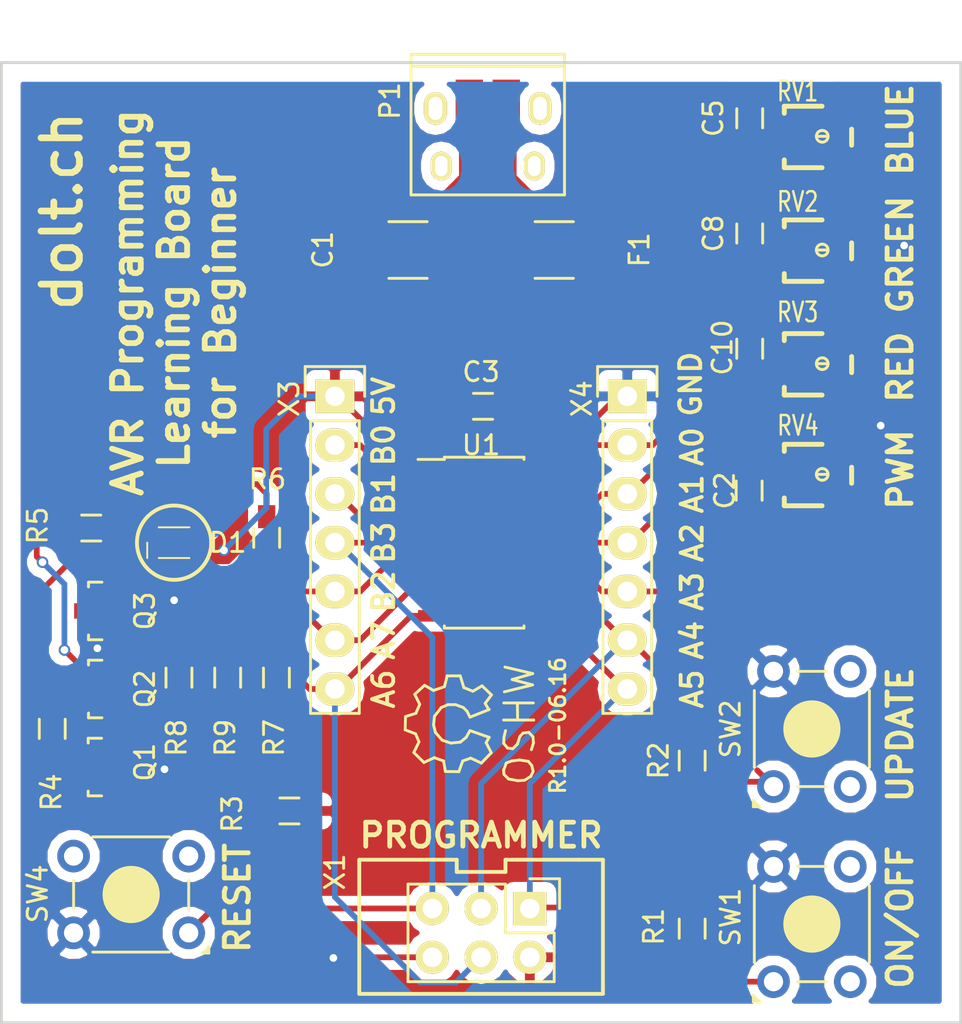
<source format=kicad_pcb>
(kicad_pcb (version 4) (host pcbnew 4.0.2-stable)

  (general
    (links 0)
    (no_connects 9)
    (area 124.924999 74.924999 175.075001 125.075001)
    (thickness 1.6)
    (drawings 39)
    (tracks 237)
    (zones 0)
    (modules 33)
    (nets 28)
  )

  (page A4)
  (layers
    (0 F.Cu signal)
    (31 B.Cu signal)
    (32 B.Adhes user)
    (33 F.Adhes user)
    (34 B.Paste user)
    (35 F.Paste user)
    (36 B.SilkS user)
    (37 F.SilkS user)
    (38 B.Mask user)
    (39 F.Mask user)
    (40 Dwgs.User user)
    (41 Cmts.User user)
    (42 Eco1.User user)
    (43 Eco2.User user)
    (44 Edge.Cuts user)
    (45 Margin user)
    (46 B.CrtYd user)
    (47 F.CrtYd user)
    (48 B.Fab user)
    (49 F.Fab user)
  )

  (setup
    (last_trace_width 0.3)
    (trace_clearance 0.25)
    (zone_clearance 0.508)
    (zone_45_only no)
    (trace_min 0.2)
    (segment_width 0.2)
    (edge_width 0.15)
    (via_size 0.6)
    (via_drill 0.4)
    (via_min_size 0.4)
    (via_min_drill 0.3)
    (uvia_size 0.3)
    (uvia_drill 0.1)
    (uvias_allowed no)
    (uvia_min_size 0.2)
    (uvia_min_drill 0.1)
    (pcb_text_width 0.3)
    (pcb_text_size 1.5 1.5)
    (mod_edge_width 0.15)
    (mod_text_size 1 1)
    (mod_text_width 0.15)
    (pad_size 2.032 1.7272)
    (pad_drill 1.016)
    (pad_to_mask_clearance 0.2)
    (aux_axis_origin 0 0)
    (grid_origin 150 100)
    (visible_elements FFFFFF7F)
    (pcbplotparams
      (layerselection 0x00030_80000001)
      (usegerberextensions false)
      (excludeedgelayer true)
      (linewidth 0.100000)
      (plotframeref false)
      (viasonmask false)
      (mode 1)
      (useauxorigin false)
      (hpglpennumber 1)
      (hpglpenspeed 20)
      (hpglpendiameter 15)
      (hpglpenoverlay 2)
      (psnegative false)
      (psa4output false)
      (plotreference true)
      (plotvalue true)
      (plotinvisibletext false)
      (padsonsilk false)
      (subtractmaskfromsilk false)
      (outputformat 1)
      (mirror false)
      (drillshape 1)
      (scaleselection 1)
      (outputdirectory ""))
  )

  (net 0 "")
  (net 1 +5V)
  (net 2 GND)
  (net 3 "Net-(D1-Pad2)")
  (net 4 "Net-(D1-Pad1)")
  (net 5 "Net-(D1-Pad3)")
  (net 6 "Net-(F1-Pad1)")
  (net 7 "Net-(P1-Pad6)")
  (net 8 /LD2)
  (net 9 /LD3)
  (net 10 /RST)
  (net 11 /POT1)
  (net 12 /POT2)
  (net 13 /POT3)
  (net 14 /MOSI_LD1)
  (net 15 /MISO_SW1)
  (net 16 /XT1)
  (net 17 /XT2)
  (net 18 "Net-(R1-Pad2)")
  (net 19 "Net-(R2-Pad2)")
  (net 20 "Net-(Q1-Pad1)")
  (net 21 "Net-(Q1-Pad3)")
  (net 22 "Net-(Q2-Pad1)")
  (net 23 "Net-(Q2-Pad3)")
  (net 24 "Net-(Q3-Pad1)")
  (net 25 "Net-(Q3-Pad3)")
  (net 26 /POT4)
  (net 27 /SCK_SW2)

  (net_class Default "Ceci est la Netclass par défaut"
    (clearance 0.25)
    (trace_width 0.3)
    (via_dia 0.6)
    (via_drill 0.4)
    (uvia_dia 0.3)
    (uvia_drill 0.1)
    (add_net +5V)
    (add_net /LD2)
    (add_net /LD3)
    (add_net /MISO_SW1)
    (add_net /MOSI_LD1)
    (add_net /POT1)
    (add_net /POT2)
    (add_net /POT3)
    (add_net /POT4)
    (add_net /RST)
    (add_net /SCK_SW2)
    (add_net /XT1)
    (add_net /XT2)
    (add_net GND)
    (add_net "Net-(D1-Pad1)")
    (add_net "Net-(D1-Pad2)")
    (add_net "Net-(D1-Pad3)")
    (add_net "Net-(F1-Pad1)")
    (add_net "Net-(P1-Pad6)")
    (add_net "Net-(Q1-Pad1)")
    (add_net "Net-(Q1-Pad3)")
    (add_net "Net-(Q2-Pad1)")
    (add_net "Net-(Q2-Pad3)")
    (add_net "Net-(Q3-Pad1)")
    (add_net "Net-(Q3-Pad3)")
    (add_net "Net-(R1-Pad2)")
    (add_net "Net-(R2-Pad2)")
  )

  (module Resistors_SMD:R_1210_HandSoldering (layer F.Cu) (tedit 5418A32D) (tstamp 574F342B)
    (at 146.19 84.76 180)
    (descr "Resistor SMD 1210, hand soldering")
    (tags "resistor 1210")
    (path /574EC2AF)
    (attr smd)
    (fp_text reference C1 (at 4.44 0.01 270) (layer F.SilkS)
      (effects (font (size 1 1) (thickness 0.15)))
    )
    (fp_text value 4.8uF (at 0 2.7 180) (layer F.Fab)
      (effects (font (size 1 1) (thickness 0.15)))
    )
    (fp_line (start -3.3 -1.6) (end 3.3 -1.6) (layer F.CrtYd) (width 0.05))
    (fp_line (start -3.3 1.6) (end 3.3 1.6) (layer F.CrtYd) (width 0.05))
    (fp_line (start -3.3 -1.6) (end -3.3 1.6) (layer F.CrtYd) (width 0.05))
    (fp_line (start 3.3 -1.6) (end 3.3 1.6) (layer F.CrtYd) (width 0.05))
    (fp_line (start 1 1.475) (end -1 1.475) (layer F.SilkS) (width 0.15))
    (fp_line (start -1 -1.475) (end 1 -1.475) (layer F.SilkS) (width 0.15))
    (pad 1 smd rect (at -2 0 180) (size 2 2.5) (layers F.Cu F.Paste F.Mask)
      (net 1 +5V))
    (pad 2 smd rect (at 2 0 180) (size 2 2.5) (layers F.Cu F.Paste F.Mask)
      (net 2 GND))
    (model Resistors_SMD.3dshapes/R_1210_HandSoldering.wrl
      (at (xyz 0 0 0))
      (scale (xyz 1 1 1))
      (rotate (xyz 0 0 0))
    )
  )

  (module Resistors_SMD:R_0603_HandSoldering (layer F.Cu) (tedit 5418A00F) (tstamp 574F3431)
    (at 150.1 92.9)
    (descr "Resistor SMD 0603, hand soldering")
    (tags "resistor 0603")
    (path /574EC2D0)
    (attr smd)
    (fp_text reference C3 (at -0.1 -1.79 180) (layer F.SilkS)
      (effects (font (size 1 1) (thickness 0.15)))
    )
    (fp_text value 100nF (at -2.9 -0.6 90) (layer F.Fab)
      (effects (font (size 1 1) (thickness 0.15)))
    )
    (fp_line (start -2 -0.8) (end 2 -0.8) (layer F.CrtYd) (width 0.05))
    (fp_line (start -2 0.8) (end 2 0.8) (layer F.CrtYd) (width 0.05))
    (fp_line (start -2 -0.8) (end -2 0.8) (layer F.CrtYd) (width 0.05))
    (fp_line (start 2 -0.8) (end 2 0.8) (layer F.CrtYd) (width 0.05))
    (fp_line (start 0.5 0.675) (end -0.5 0.675) (layer F.SilkS) (width 0.15))
    (fp_line (start -0.5 -0.675) (end 0.5 -0.675) (layer F.SilkS) (width 0.15))
    (pad 1 smd rect (at -1.1 0) (size 1.2 0.9) (layers F.Cu F.Paste F.Mask)
      (net 1 +5V))
    (pad 2 smd rect (at 1.1 0) (size 1.2 0.9) (layers F.Cu F.Paste F.Mask)
      (net 2 GND))
    (model Resistors_SMD.3dshapes/R_0603_HandSoldering.wrl
      (at (xyz 0 0 0))
      (scale (xyz 1 1 1))
      (rotate (xyz 0 0 0))
    )
  )

  (module Resistors_SMD:R_0603_HandSoldering (layer F.Cu) (tedit 5418A00F) (tstamp 574F3437)
    (at 164 77.9 90)
    (descr "Resistor SMD 0603, hand soldering")
    (tags "resistor 0603")
    (path /574EEA82)
    (attr smd)
    (fp_text reference C5 (at 0 -1.9 90) (layer F.SilkS)
      (effects (font (size 1 1) (thickness 0.15)))
    )
    (fp_text value 1nF (at 0 1.9 90) (layer F.Fab)
      (effects (font (size 1 1) (thickness 0.15)))
    )
    (fp_line (start -2 -0.8) (end 2 -0.8) (layer F.CrtYd) (width 0.05))
    (fp_line (start -2 0.8) (end 2 0.8) (layer F.CrtYd) (width 0.05))
    (fp_line (start -2 -0.8) (end -2 0.8) (layer F.CrtYd) (width 0.05))
    (fp_line (start 2 -0.8) (end 2 0.8) (layer F.CrtYd) (width 0.05))
    (fp_line (start 0.5 0.675) (end -0.5 0.675) (layer F.SilkS) (width 0.15))
    (fp_line (start -0.5 -0.675) (end 0.5 -0.675) (layer F.SilkS) (width 0.15))
    (pad 1 smd rect (at -1.1 0 90) (size 1.2 0.9) (layers F.Cu F.Paste F.Mask)
      (net 11 /POT1))
    (pad 2 smd rect (at 1.1 0 90) (size 1.2 0.9) (layers F.Cu F.Paste F.Mask)
      (net 2 GND))
    (model Resistors_SMD.3dshapes/R_0603_HandSoldering.wrl
      (at (xyz 0 0 0))
      (scale (xyz 1 1 1))
      (rotate (xyz 0 0 0))
    )
  )

  (module Resistors_SMD:R_0603_HandSoldering (layer F.Cu) (tedit 5418A00F) (tstamp 574F343D)
    (at 164 83.9 90)
    (descr "Resistor SMD 0603, hand soldering")
    (tags "resistor 0603")
    (path /574EF0F7)
    (attr smd)
    (fp_text reference C8 (at 0 -1.9 90) (layer F.SilkS)
      (effects (font (size 1 1) (thickness 0.15)))
    )
    (fp_text value 1nF (at 0 1.9 90) (layer F.Fab)
      (effects (font (size 1 1) (thickness 0.15)))
    )
    (fp_line (start -2 -0.8) (end 2 -0.8) (layer F.CrtYd) (width 0.05))
    (fp_line (start -2 0.8) (end 2 0.8) (layer F.CrtYd) (width 0.05))
    (fp_line (start -2 -0.8) (end -2 0.8) (layer F.CrtYd) (width 0.05))
    (fp_line (start 2 -0.8) (end 2 0.8) (layer F.CrtYd) (width 0.05))
    (fp_line (start 0.5 0.675) (end -0.5 0.675) (layer F.SilkS) (width 0.15))
    (fp_line (start -0.5 -0.675) (end 0.5 -0.675) (layer F.SilkS) (width 0.15))
    (pad 1 smd rect (at -1.1 0 90) (size 1.2 0.9) (layers F.Cu F.Paste F.Mask)
      (net 12 /POT2))
    (pad 2 smd rect (at 1.1 0 90) (size 1.2 0.9) (layers F.Cu F.Paste F.Mask)
      (net 2 GND))
    (model Resistors_SMD.3dshapes/R_0603_HandSoldering.wrl
      (at (xyz 0 0 0))
      (scale (xyz 1 1 1))
      (rotate (xyz 0 0 0))
    )
  )

  (module Resistors_SMD:R_0603_HandSoldering (layer F.Cu) (tedit 5418A00F) (tstamp 574F3443)
    (at 164 89.9 90)
    (descr "Resistor SMD 0603, hand soldering")
    (tags "resistor 0603")
    (path /574EF16C)
    (attr smd)
    (fp_text reference C10 (at 0.06 -1.427 90) (layer F.SilkS)
      (effects (font (size 1 1) (thickness 0.15)))
    )
    (fp_text value 1nF (at 0 1.9 90) (layer F.Fab)
      (effects (font (size 1 1) (thickness 0.15)))
    )
    (fp_line (start -2 -0.8) (end 2 -0.8) (layer F.CrtYd) (width 0.05))
    (fp_line (start -2 0.8) (end 2 0.8) (layer F.CrtYd) (width 0.05))
    (fp_line (start -2 -0.8) (end -2 0.8) (layer F.CrtYd) (width 0.05))
    (fp_line (start 2 -0.8) (end 2 0.8) (layer F.CrtYd) (width 0.05))
    (fp_line (start 0.5 0.675) (end -0.5 0.675) (layer F.SilkS) (width 0.15))
    (fp_line (start -0.5 -0.675) (end 0.5 -0.675) (layer F.SilkS) (width 0.15))
    (pad 1 smd rect (at -1.1 0 90) (size 1.2 0.9) (layers F.Cu F.Paste F.Mask)
      (net 13 /POT3))
    (pad 2 smd rect (at 1.1 0 90) (size 1.2 0.9) (layers F.Cu F.Paste F.Mask)
      (net 2 GND))
    (model Resistors_SMD.3dshapes/R_0603_HandSoldering.wrl
      (at (xyz 0 0 0))
      (scale (xyz 1 1 1))
      (rotate (xyz 0 0 0))
    )
  )

  (module LEDs:LED_RGB_0606 (layer F.Cu) (tedit 574FDCE7) (tstamp 574F344E)
    (at 133.998 100 90)
    (descr http://optoelectronics.liteon.com/upload/download/DS22-2008-0044/S_110_LTST-C19HE1WT.pdf)
    (path /574F47F9)
    (fp_text reference D1 (at 0 2.794 180) (layer F.SilkS)
      (effects (font (size 1 1) (thickness 0.15)))
    )
    (fp_text value LTST-C19HE1WT (at 0 -3.6 90) (layer F.Fab) hide
      (effects (font (size 1 1) (thickness 0.15)))
    )
    (fp_line (start -0.8 -1.4) (end 0 -1.4) (layer F.SilkS) (width 0.1))
    (fp_line (start 0.8 0.8) (end 0.8 -0.8) (layer F.SilkS) (width 0.1))
    (fp_line (start -0.8 -0.8) (end -0.8 0.8) (layer F.SilkS) (width 0.1))
    (pad 4 smd rect (at -0.425 0.725 90) (size 0.65 0.85) (layers F.Cu F.Paste F.Mask)
      (net 1 +5V))
    (pad 2 smd rect (at 0.425 -0.725 90) (size 0.65 0.85) (layers F.Cu F.Paste F.Mask)
      (net 3 "Net-(D1-Pad2)"))
    (pad 1 smd rect (at -0.425 -0.725 90) (size 0.65 0.85) (layers F.Cu F.Paste F.Mask)
      (net 4 "Net-(D1-Pad1)"))
    (pad 3 smd rect (at 0.425 0.725 90) (size 0.65 0.85) (layers F.Cu F.Paste F.Mask)
      (net 5 "Net-(D1-Pad3)"))
  )

  (module Resistors_SMD:R_1210_HandSoldering (layer F.Cu) (tedit 5418A32D) (tstamp 574F3454)
    (at 153.81 84.76 180)
    (descr "Resistor SMD 1210, hand soldering")
    (tags "resistor 1210")
    (path /574EFF7B)
    (attr smd)
    (fp_text reference F1 (at -4.44 0.01 270) (layer F.SilkS)
      (effects (font (size 1 1) (thickness 0.15)))
    )
    (fp_text value F_Small (at 0 2.7 180) (layer F.Fab)
      (effects (font (size 1 1) (thickness 0.15)))
    )
    (fp_line (start -3.3 -1.6) (end 3.3 -1.6) (layer F.CrtYd) (width 0.05))
    (fp_line (start -3.3 1.6) (end 3.3 1.6) (layer F.CrtYd) (width 0.05))
    (fp_line (start -3.3 -1.6) (end -3.3 1.6) (layer F.CrtYd) (width 0.05))
    (fp_line (start 3.3 -1.6) (end 3.3 1.6) (layer F.CrtYd) (width 0.05))
    (fp_line (start 1 1.475) (end -1 1.475) (layer F.SilkS) (width 0.15))
    (fp_line (start -1 -1.475) (end 1 -1.475) (layer F.SilkS) (width 0.15))
    (pad 1 smd rect (at -2 0 180) (size 2 2.5) (layers F.Cu F.Paste F.Mask)
      (net 6 "Net-(F1-Pad1)"))
    (pad 2 smd rect (at 2 0 180) (size 2 2.5) (layers F.Cu F.Paste F.Mask)
      (net 1 +5V))
    (model Resistors_SMD.3dshapes/R_1210_HandSoldering.wrl
      (at (xyz 0 0 0))
      (scale (xyz 1 1 1))
      (rotate (xyz 0 0 0))
    )
  )

  (module Connect:USB_Micro-B_10103594-0001LF (layer F.Cu) (tedit 560290CC) (tstamp 574F3463)
    (at 150.3475 78.765 180)
    (descr "Micro USB Type B 10103594-0001LF")
    (tags "USB USB_B USB_micro USB_OTG")
    (path /574EF8F9)
    (attr smd)
    (fp_text reference P1 (at 5.0975 1.765 270) (layer F.SilkS)
      (effects (font (size 1 1) (thickness 0.15)))
    )
    (fp_text value USB_OTG (at 0 6.175 180) (layer F.Fab)
      (effects (font (size 1 1) (thickness 0.15)))
    )
    (fp_line (start -4.25 -3.4) (end 4.25 -3.4) (layer F.CrtYd) (width 0.05))
    (fp_line (start 4.25 -3.4) (end 4.25 4.45) (layer F.CrtYd) (width 0.05))
    (fp_line (start 4.25 4.45) (end -4.25 4.45) (layer F.CrtYd) (width 0.05))
    (fp_line (start -4.25 4.45) (end -4.25 -3.4) (layer F.CrtYd) (width 0.05))
    (fp_line (start -4 4.195) (end 4 4.195) (layer F.SilkS) (width 0.15))
    (fp_line (start -4 -3.125) (end 4 -3.125) (layer F.SilkS) (width 0.15))
    (fp_line (start 4 -3.125) (end 4 4.195) (layer F.SilkS) (width 0.15))
    (fp_line (start 4 3.575) (end -4 3.575) (layer F.SilkS) (width 0.15))
    (fp_line (start -4 4.195) (end -4 -3.125) (layer F.SilkS) (width 0.15))
    (pad 1 smd rect (at -1.3 -1.5 270) (size 1.65 0.4) (layers F.Cu F.Paste F.Mask)
      (net 6 "Net-(F1-Pad1)"))
    (pad 2 smd rect (at -0.65 -1.5 270) (size 1.65 0.4) (layers F.Cu F.Paste F.Mask))
    (pad 3 smd rect (at -0.0009 -1.5 270) (size 1.65 0.4) (layers F.Cu F.Paste F.Mask))
    (pad 4 smd rect (at 0.65 -1.5 270) (size 1.65 0.4) (layers F.Cu F.Paste F.Mask))
    (pad 5 smd rect (at 1.3 -1.5 270) (size 1.65 0.4) (layers F.Cu F.Paste F.Mask)
      (net 2 GND))
    (pad 6 thru_hole oval (at -2.425 -1.625 270) (size 1.5 1.1) (drill oval 1.05 0.65) (layers *.Cu *.Mask F.SilkS)
      (net 7 "Net-(P1-Pad6)"))
    (pad 6 thru_hole oval (at 2.425 -1.625 270) (size 1.5 1.1) (drill oval 1.05 0.65) (layers *.Cu *.Mask F.SilkS)
      (net 7 "Net-(P1-Pad6)"))
    (pad 6 thru_hole oval (at -2.725 1.375 270) (size 1.7 1.2) (drill oval 1.2 0.7) (layers *.Cu *.Mask F.SilkS)
      (net 7 "Net-(P1-Pad6)"))
    (pad 6 thru_hole oval (at 2.725 1.375 270) (size 1.7 1.2) (drill oval 1.2 0.7) (layers *.Cu *.Mask F.SilkS)
      (net 7 "Net-(P1-Pad6)"))
    (pad 6 smd rect (at -0.9625 1.625 270) (size 2.5 1.425) (layers F.Cu F.Paste F.Mask)
      (net 7 "Net-(P1-Pad6)"))
    (pad 6 smd rect (at 0.9625 1.625 270) (size 2.5 1.425) (layers F.Cu F.Paste F.Mask)
      (net 7 "Net-(P1-Pad6)"))
  )

  (module Resistors_SMD:R_0603_HandSoldering (layer F.Cu) (tedit 5418A00F) (tstamp 574F3469)
    (at 127.648 109.695 270)
    (descr "Resistor SMD 0603, hand soldering")
    (tags "resistor 0603")
    (path /574ED851)
    (attr smd)
    (fp_text reference R4 (at 3.305 0.048 450) (layer F.SilkS)
      (effects (font (size 1 1) (thickness 0.15)))
    )
    (fp_text value 82 (at -0.043 0 270) (layer F.Fab)
      (effects (font (size 1 1) (thickness 0.15)))
    )
    (fp_line (start -2 -0.8) (end 2 -0.8) (layer F.CrtYd) (width 0.05))
    (fp_line (start -2 0.8) (end 2 0.8) (layer F.CrtYd) (width 0.05))
    (fp_line (start -2 -0.8) (end -2 0.8) (layer F.CrtYd) (width 0.05))
    (fp_line (start 2 -0.8) (end 2 0.8) (layer F.CrtYd) (width 0.05))
    (fp_line (start 0.5 0.675) (end -0.5 0.675) (layer F.SilkS) (width 0.15))
    (fp_line (start -0.5 -0.675) (end 0.5 -0.675) (layer F.SilkS) (width 0.15))
    (pad 1 smd rect (at -1.1 0 270) (size 1.2 0.9) (layers F.Cu F.Paste F.Mask)
      (net 4 "Net-(D1-Pad1)"))
    (pad 2 smd rect (at 1.1 0 270) (size 1.2 0.9) (layers F.Cu F.Paste F.Mask)
      (net 21 "Net-(Q1-Pad3)"))
    (model Resistors_SMD.3dshapes/R_0603_HandSoldering.wrl
      (at (xyz 0 0 0))
      (scale (xyz 1 1 1))
      (rotate (xyz 0 0 0))
    )
  )

  (module Resistors_SMD:R_0603_HandSoldering (layer F.Cu) (tedit 5418A00F) (tstamp 574F346F)
    (at 129.68 99.238 180)
    (descr "Resistor SMD 0603, hand soldering")
    (tags "resistor 0603")
    (path /574ED787)
    (attr smd)
    (fp_text reference R5 (at 2.794 0.127 270) (layer F.SilkS)
      (effects (font (size 1 1) (thickness 0.15)))
    )
    (fp_text value 82 (at 0.127 0 180) (layer F.Fab)
      (effects (font (size 1 1) (thickness 0.15)))
    )
    (fp_line (start -2 -0.8) (end 2 -0.8) (layer F.CrtYd) (width 0.05))
    (fp_line (start -2 0.8) (end 2 0.8) (layer F.CrtYd) (width 0.05))
    (fp_line (start -2 -0.8) (end -2 0.8) (layer F.CrtYd) (width 0.05))
    (fp_line (start 2 -0.8) (end 2 0.8) (layer F.CrtYd) (width 0.05))
    (fp_line (start 0.5 0.675) (end -0.5 0.675) (layer F.SilkS) (width 0.15))
    (fp_line (start -0.5 -0.675) (end 0.5 -0.675) (layer F.SilkS) (width 0.15))
    (pad 1 smd rect (at -1.1 0 180) (size 1.2 0.9) (layers F.Cu F.Paste F.Mask)
      (net 3 "Net-(D1-Pad2)"))
    (pad 2 smd rect (at 1.1 0 180) (size 1.2 0.9) (layers F.Cu F.Paste F.Mask)
      (net 23 "Net-(Q2-Pad3)"))
    (model Resistors_SMD.3dshapes/R_0603_HandSoldering.wrl
      (at (xyz 0 0 0))
      (scale (xyz 1 1 1))
      (rotate (xyz 0 0 0))
    )
  )

  (module Resistors_SMD:R_0603_HandSoldering (layer F.Cu) (tedit 5418A00F) (tstamp 574F3475)
    (at 138.824 99.746 270)
    (descr "Resistor SMD 0603, hand soldering")
    (tags "resistor 0603")
    (path /574ED52F)
    (attr smd)
    (fp_text reference R6 (at -3.05 -0.04 360) (layer F.SilkS)
      (effects (font (size 1 1) (thickness 0.15)))
    )
    (fp_text value 82 (at 0 1.9 270) (layer F.Fab)
      (effects (font (size 1 1) (thickness 0.15)))
    )
    (fp_line (start -2 -0.8) (end 2 -0.8) (layer F.CrtYd) (width 0.05))
    (fp_line (start -2 0.8) (end 2 0.8) (layer F.CrtYd) (width 0.05))
    (fp_line (start -2 -0.8) (end -2 0.8) (layer F.CrtYd) (width 0.05))
    (fp_line (start 2 -0.8) (end 2 0.8) (layer F.CrtYd) (width 0.05))
    (fp_line (start 0.5 0.675) (end -0.5 0.675) (layer F.SilkS) (width 0.15))
    (fp_line (start -0.5 -0.675) (end 0.5 -0.675) (layer F.SilkS) (width 0.15))
    (pad 1 smd rect (at -1.1 0 270) (size 1.2 0.9) (layers F.Cu F.Paste F.Mask)
      (net 5 "Net-(D1-Pad3)"))
    (pad 2 smd rect (at 1.1 0 270) (size 1.2 0.9) (layers F.Cu F.Paste F.Mask)
      (net 25 "Net-(Q3-Pad3)"))
    (model Resistors_SMD.3dshapes/R_0603_HandSoldering.wrl
      (at (xyz 0 0 0))
      (scale (xyz 1 1 1))
      (rotate (xyz 0 0 0))
    )
  )

  (module geda_fp:22AR200 (layer F.Cu) (tedit 574F42A6) (tstamp 574F347C)
    (at 167.78 78.84 90)
    (path /574EE29B)
    (fp_text reference RV1 (at 2.34 -1.28 180) (layer F.SilkS)
      (effects (font (size 1.016 0.762) (thickness 0.127)))
    )
    (fp_text value 200 (at -0.1016 2.3368 90) (layer F.Fab)
      (effects (font (size 1.016 0.762) (thickness 0.127)))
    )
    (fp_line (start -1.633728 -1.977898) (end -1.227582 -1.977898) (layer F.SilkS) (width 0.254))
    (fp_line (start 1.566418 -1.977898) (end 1.566672 -0.008382) (layer F.SilkS) (width 0.254))
    (fp_line (start 0.372618 1.532128) (end -0.465328 1.532128) (layer F.SilkS) (width 0.254))
    (fp_line (start -1.633728 -0.008382) (end -1.633728 -1.977898) (layer F.SilkS) (width 0.254))
    (fp_line (start 0 -0.254) (end 0 0.254) (layer F.SilkS) (width 0.1524))
    (fp_line (start 1.566418 -1.977898) (end 1.199388 -1.977898) (layer F.SilkS) (width 0.254))
    (fp_arc (start 0 0) (end 0.3048 0) (angle -90) (layer F.SilkS) (width 0.1524))
    (fp_arc (start 0 0) (end 0 0.3048) (angle -90) (layer F.SilkS) (width 0.1524))
    (fp_arc (start 0 0) (end -0.3048 0) (angle -90) (layer F.SilkS) (width 0.1524))
    (fp_arc (start 0 0) (end 0 -0.3048) (angle -90) (layer F.SilkS) (width 0.1524))
    (pad 3 smd rect (at -1.31445 1.108202) (size 1.853946 1.343914) (layers F.Cu F.Paste F.Mask)
      (net 1 +5V) (solder_mask_margin 0.254) (clearance 0.254))
    (pad 1 smd rect (at 1.251712 1.110234) (size 1.853946 1.343914) (layers F.Cu F.Paste F.Mask)
      (net 2 GND) (solder_mask_margin 0.254) (clearance 0.254))
    (pad 2 smd rect (at -0.032766 -1.541526 90) (size 1.853946 1.853946) (layers F.Cu F.Paste F.Mask)
      (net 11 /POT1) (solder_mask_margin 0.254) (clearance 0.254))
  )

  (module geda_fp:22AR200 (layer F.Cu) (tedit 574F428D) (tstamp 574F3483)
    (at 167.78 84.76 90)
    (path /574EF0EB)
    (fp_text reference RV2 (at 2.51 -1.28 180) (layer F.SilkS)
      (effects (font (size 1.016 0.762) (thickness 0.127)))
    )
    (fp_text value 200 (at -0.24 -1.78 180) (layer F.Fab)
      (effects (font (size 1.016 0.762) (thickness 0.127)))
    )
    (fp_line (start -1.633728 -1.977898) (end -1.227582 -1.977898) (layer F.SilkS) (width 0.254))
    (fp_line (start 1.566418 -1.977898) (end 1.566672 -0.008382) (layer F.SilkS) (width 0.254))
    (fp_line (start 0.372618 1.532128) (end -0.465328 1.532128) (layer F.SilkS) (width 0.254))
    (fp_line (start -1.633728 -0.008382) (end -1.633728 -1.977898) (layer F.SilkS) (width 0.254))
    (fp_line (start 0 -0.254) (end 0 0.254) (layer F.SilkS) (width 0.1524))
    (fp_line (start 1.566418 -1.977898) (end 1.199388 -1.977898) (layer F.SilkS) (width 0.254))
    (fp_arc (start 0 0) (end 0.3048 0) (angle -90) (layer F.SilkS) (width 0.1524))
    (fp_arc (start 0 0) (end 0 0.3048) (angle -90) (layer F.SilkS) (width 0.1524))
    (fp_arc (start 0 0) (end -0.3048 0) (angle -90) (layer F.SilkS) (width 0.1524))
    (fp_arc (start 0 0) (end 0 -0.3048) (angle -90) (layer F.SilkS) (width 0.1524))
    (pad 3 smd rect (at -1.31445 1.108202) (size 1.853946 1.343914) (layers F.Cu F.Paste F.Mask)
      (net 1 +5V) (solder_mask_margin 0.254) (clearance 0.254))
    (pad 1 smd rect (at 1.251712 1.110234) (size 1.853946 1.343914) (layers F.Cu F.Paste F.Mask)
      (net 2 GND) (solder_mask_margin 0.254) (clearance 0.254))
    (pad 2 smd rect (at -0.032766 -1.541526 90) (size 1.853946 1.853946) (layers F.Cu F.Paste F.Mask)
      (net 12 /POT2) (solder_mask_margin 0.254) (clearance 0.254))
  )

  (module geda_fp:22AR200 (layer F.Cu) (tedit 574F4297) (tstamp 574F348A)
    (at 167.78 90.68 90)
    (path /574EF160)
    (fp_text reference RV3 (at 2.68 -1.28 180) (layer F.SilkS)
      (effects (font (size 1.016 0.762) (thickness 0.127)))
    )
    (fp_text value 200 (at -2.32 -1.78 180) (layer F.Fab)
      (effects (font (size 1 1) (thickness 0.15)))
    )
    (fp_line (start -1.633728 -1.977898) (end -1.227582 -1.977898) (layer F.SilkS) (width 0.254))
    (fp_line (start 1.566418 -1.977898) (end 1.566672 -0.008382) (layer F.SilkS) (width 0.254))
    (fp_line (start 0.372618 1.532128) (end -0.465328 1.532128) (layer F.SilkS) (width 0.254))
    (fp_line (start -1.633728 -0.008382) (end -1.633728 -1.977898) (layer F.SilkS) (width 0.254))
    (fp_line (start 0 -0.254) (end 0 0.254) (layer F.SilkS) (width 0.1524))
    (fp_line (start 1.566418 -1.977898) (end 1.199388 -1.977898) (layer F.SilkS) (width 0.254))
    (fp_arc (start 0 0) (end 0.3048 0) (angle -90) (layer F.SilkS) (width 0.1524))
    (fp_arc (start 0 0) (end 0 0.3048) (angle -90) (layer F.SilkS) (width 0.1524))
    (fp_arc (start 0 0) (end -0.3048 0) (angle -90) (layer F.SilkS) (width 0.1524))
    (fp_arc (start 0 0) (end 0 -0.3048) (angle -90) (layer F.SilkS) (width 0.1524))
    (pad 3 smd rect (at -1.31445 1.108202) (size 1.853946 1.343914) (layers F.Cu F.Paste F.Mask)
      (net 1 +5V) (solder_mask_margin 0.254) (clearance 0.254))
    (pad 1 smd rect (at 1.251712 1.110234) (size 1.853946 1.343914) (layers F.Cu F.Paste F.Mask)
      (net 2 GND) (solder_mask_margin 0.254) (clearance 0.254))
    (pad 2 smd rect (at -0.032766 -1.541526 90) (size 1.853946 1.853946) (layers F.Cu F.Paste F.Mask)
      (net 13 /POT3) (solder_mask_margin 0.254) (clearance 0.254))
  )

  (module Buttons_Switches_ThroughHole:SW_TH_Tactile_Omron_B3F-10xx (layer F.Cu) (tedit 574F41C2) (tstamp 574F3492)
    (at 165.24 122.86 90)
    (descr SW_TH_Tactile_Omron_B3F-10xx)
    (tags "Omron B3F-10xx")
    (path /574F1CA2)
    (fp_text reference SW1 (at 3.36 -2.24 90) (layer F.SilkS)
      (effects (font (size 1 1) (thickness 0.15)))
    )
    (fp_text value ON/OFF (at 3.36 6.604 90) (layer F.SilkS)
      (effects (font (size 1.25 1.25) (thickness 0.25)))
    )
    (fp_line (start -0.95 -1) (end -0.95 -0.9) (layer F.SilkS) (width 0.15))
    (fp_line (start -1.05 -1.05) (end -0.7 -1.05) (layer F.SilkS) (width 0.15))
    (fp_arc (start 0 0) (end -1.05 -0.7) (angle 22.61986495) (layer F.SilkS) (width 0.15))
    (fp_line (start -1.05 -1.05) (end -1.05 -0.7) (layer F.SilkS) (width 0.15))
    (fp_line (start 7.15 -1.15) (end 0.45 -1.15) (layer F.CrtYd) (width 0.05))
    (fp_line (start 7.15 5.15) (end 7.15 -1.15) (layer F.CrtYd) (width 0.05))
    (fp_line (start -1.15 5.15) (end 7.15 5.15) (layer F.CrtYd) (width 0.05))
    (fp_line (start -1.15 0) (end -1.15 5.15) (layer F.CrtYd) (width 0.05))
    (fp_line (start -1.15 -1.15) (end 0.45 -1.15) (layer F.CrtYd) (width 0.05))
    (fp_line (start -1.15 0) (end -1.15 -1.15) (layer F.CrtYd) (width 0.05))
    (fp_circle (center 3 2) (end 4 3) (layer F.SilkS) (width 0.15))
    (fp_line (start 1 5) (end 5 5) (layer F.SilkS) (width 0.15))
    (fp_line (start 1 -1) (end 5 -1) (layer F.SilkS) (width 0.15))
    (fp_line (start 0 2.75) (end 0 1.25) (layer F.SilkS) (width 0.15))
    (fp_line (start 6 1.25) (end 6 2.75) (layer F.SilkS) (width 0.15))
    (fp_line (start 0 2) (end 0 2) (layer F.SilkS) (width 0))
    (fp_line (start 5 5) (end 1 5) (layer F.SilkS) (width 0))
    (fp_line (start 5 -1) (end 1 -1) (layer F.SilkS) (width 0))
    (fp_line (start 6 2) (end 6 2) (layer F.SilkS) (width 0))
    (fp_circle (center 3 2) (end 4 3) (layer F.SilkS) (width 0))
    (pad 4 thru_hole circle (at 6 4 90) (size 1.7 1.7) (drill 1) (layers *.Cu *.Mask))
    (pad 3 thru_hole circle (at 0 4 90) (size 1.7 1.7) (drill 1) (layers *.Cu *.Mask))
    (pad 2 thru_hole circle (at 6 0 90) (size 1.7 1.7) (drill 1) (layers *.Cu *.Mask)
      (net 2 GND))
    (pad 1 thru_hole circle (at 0 0 90) (size 1.7 1.7) (drill 1) (layers *.Cu *.Mask)
      (net 18 "Net-(R1-Pad2)"))
  )

  (module Buttons_Switches_ThroughHole:SW_TH_Tactile_Omron_B3F-10xx (layer F.Cu) (tedit 574F41BE) (tstamp 574F349A)
    (at 165.24 112.7 90)
    (descr SW_TH_Tactile_Omron_B3F-10xx)
    (tags "Omron B3F-10xx")
    (path /574F29F9)
    (fp_text reference SW2 (at 3 -2.24 90) (layer F.SilkS)
      (effects (font (size 1 1) (thickness 0.15)))
    )
    (fp_text value UPDATE (at 2.7 6.604 90) (layer F.SilkS)
      (effects (font (size 1.25 1.25) (thickness 0.25)))
    )
    (fp_line (start -0.95 -1) (end -0.95 -0.9) (layer F.SilkS) (width 0.15))
    (fp_line (start -1.05 -1.05) (end -0.7 -1.05) (layer F.SilkS) (width 0.15))
    (fp_arc (start 0 0) (end -1.05 -0.7) (angle 22.61986495) (layer F.SilkS) (width 0.15))
    (fp_line (start -1.05 -1.05) (end -1.05 -0.7) (layer F.SilkS) (width 0.15))
    (fp_line (start 7.15 -1.15) (end 0.45 -1.15) (layer F.CrtYd) (width 0.05))
    (fp_line (start 7.15 5.15) (end 7.15 -1.15) (layer F.CrtYd) (width 0.05))
    (fp_line (start -1.15 5.15) (end 7.15 5.15) (layer F.CrtYd) (width 0.05))
    (fp_line (start -1.15 0) (end -1.15 5.15) (layer F.CrtYd) (width 0.05))
    (fp_line (start -1.15 -1.15) (end 0.45 -1.15) (layer F.CrtYd) (width 0.05))
    (fp_line (start -1.15 0) (end -1.15 -1.15) (layer F.CrtYd) (width 0.05))
    (fp_circle (center 3 2) (end 4 3) (layer F.SilkS) (width 0.15))
    (fp_line (start 1 5) (end 5 5) (layer F.SilkS) (width 0.15))
    (fp_line (start 1 -1) (end 5 -1) (layer F.SilkS) (width 0.15))
    (fp_line (start 0 2.75) (end 0 1.25) (layer F.SilkS) (width 0.15))
    (fp_line (start 6 1.25) (end 6 2.75) (layer F.SilkS) (width 0.15))
    (fp_line (start 0 2) (end 0 2) (layer F.SilkS) (width 0))
    (fp_line (start 5 5) (end 1 5) (layer F.SilkS) (width 0))
    (fp_line (start 5 -1) (end 1 -1) (layer F.SilkS) (width 0))
    (fp_line (start 6 2) (end 6 2) (layer F.SilkS) (width 0))
    (fp_circle (center 3 2) (end 4 3) (layer F.SilkS) (width 0))
    (pad 4 thru_hole circle (at 6 4 90) (size 1.7 1.7) (drill 1) (layers *.Cu *.Mask))
    (pad 3 thru_hole circle (at 0 4 90) (size 1.7 1.7) (drill 1) (layers *.Cu *.Mask))
    (pad 2 thru_hole circle (at 6 0 90) (size 1.7 1.7) (drill 1) (layers *.Cu *.Mask)
      (net 2 GND))
    (pad 1 thru_hole circle (at 0 0 90) (size 1.7 1.7) (drill 1) (layers *.Cu *.Mask)
      (net 19 "Net-(R2-Pad2)"))
  )

  (module Buttons_Switches_ThroughHole:SW_TH_Tactile_Omron_B3F-10xx (layer F.Cu) (tedit 574F4171) (tstamp 574F34AA)
    (at 134.76 120.32 180)
    (descr SW_TH_Tactile_Omron_B3F-10xx)
    (tags "Omron B3F-10xx")
    (path /574F062E)
    (fp_text reference SW4 (at 7.874 2.032 270) (layer F.SilkS)
      (effects (font (size 1 1) (thickness 0.15)))
    )
    (fp_text value RESET (at -2.54 1.82 270) (layer F.SilkS)
      (effects (font (size 1.25 1.25) (thickness 0.25)))
    )
    (fp_line (start -0.95 -1) (end -0.95 -0.9) (layer F.SilkS) (width 0.15))
    (fp_line (start -1.05 -1.05) (end -0.7 -1.05) (layer F.SilkS) (width 0.15))
    (fp_arc (start 0 0) (end -1.05 -0.7) (angle 22.61986495) (layer F.SilkS) (width 0.15))
    (fp_line (start -1.05 -1.05) (end -1.05 -0.7) (layer F.SilkS) (width 0.15))
    (fp_line (start 7.15 -1.15) (end 0.45 -1.15) (layer F.CrtYd) (width 0.05))
    (fp_line (start 7.15 5.15) (end 7.15 -1.15) (layer F.CrtYd) (width 0.05))
    (fp_line (start -1.15 5.15) (end 7.15 5.15) (layer F.CrtYd) (width 0.05))
    (fp_line (start -1.15 0) (end -1.15 5.15) (layer F.CrtYd) (width 0.05))
    (fp_line (start -1.15 -1.15) (end 0.45 -1.15) (layer F.CrtYd) (width 0.05))
    (fp_line (start -1.15 0) (end -1.15 -1.15) (layer F.CrtYd) (width 0.05))
    (fp_circle (center 3 2) (end 4 3) (layer F.SilkS) (width 0.15))
    (fp_line (start 1 5) (end 5 5) (layer F.SilkS) (width 0.15))
    (fp_line (start 1 -1) (end 5 -1) (layer F.SilkS) (width 0.15))
    (fp_line (start 0 2.75) (end 0 1.25) (layer F.SilkS) (width 0.15))
    (fp_line (start 6 1.25) (end 6 2.75) (layer F.SilkS) (width 0.15))
    (fp_line (start 0 2) (end 0 2) (layer F.SilkS) (width 0))
    (fp_line (start 5 5) (end 1 5) (layer F.SilkS) (width 0))
    (fp_line (start 5 -1) (end 1 -1) (layer F.SilkS) (width 0))
    (fp_line (start 6 2) (end 6 2) (layer F.SilkS) (width 0))
    (fp_circle (center 3 2) (end 4 3) (layer F.SilkS) (width 0))
    (pad 4 thru_hole circle (at 6 4 180) (size 1.7 1.7) (drill 1) (layers *.Cu *.Mask))
    (pad 3 thru_hole circle (at 0 4 180) (size 1.7 1.7) (drill 1) (layers *.Cu *.Mask))
    (pad 2 thru_hole circle (at 6 0 180) (size 1.7 1.7) (drill 1) (layers *.Cu *.Mask)
      (net 2 GND))
    (pad 1 thru_hole circle (at 0 0 180) (size 1.7 1.7) (drill 1) (layers *.Cu *.Mask)
      (net 10 /RST))
  )

  (module Housings_SOIC:SOIC-14_3.9x8.7mm_Pitch1.27mm (layer F.Cu) (tedit 54130A77) (tstamp 574F34BC)
    (at 150.16 100)
    (descr "14-Lead Plastic Small Outline (SL) - Narrow, 3.90 mm Body [SOIC] (see Microchip Packaging Specification 00000049BS.pdf)")
    (tags "SOIC 1.27")
    (path /574F58D7)
    (attr smd)
    (fp_text reference U1 (at -0.16 -5.08 180) (layer F.SilkS)
      (effects (font (size 1 1) (thickness 0.15)))
    )
    (fp_text value ATTINY84A-SS (at 0 5.375) (layer F.Fab)
      (effects (font (size 1 1) (thickness 0.15)))
    )
    (fp_line (start -3.7 -4.65) (end -3.7 4.65) (layer F.CrtYd) (width 0.05))
    (fp_line (start 3.7 -4.65) (end 3.7 4.65) (layer F.CrtYd) (width 0.05))
    (fp_line (start -3.7 -4.65) (end 3.7 -4.65) (layer F.CrtYd) (width 0.05))
    (fp_line (start -3.7 4.65) (end 3.7 4.65) (layer F.CrtYd) (width 0.05))
    (fp_line (start -2.075 -4.45) (end -2.075 -4.335) (layer F.SilkS) (width 0.15))
    (fp_line (start 2.075 -4.45) (end 2.075 -4.335) (layer F.SilkS) (width 0.15))
    (fp_line (start 2.075 4.45) (end 2.075 4.335) (layer F.SilkS) (width 0.15))
    (fp_line (start -2.075 4.45) (end -2.075 4.335) (layer F.SilkS) (width 0.15))
    (fp_line (start -2.075 -4.45) (end 2.075 -4.45) (layer F.SilkS) (width 0.15))
    (fp_line (start -2.075 4.45) (end 2.075 4.45) (layer F.SilkS) (width 0.15))
    (fp_line (start -2.075 -4.335) (end -3.45 -4.335) (layer F.SilkS) (width 0.15))
    (pad 1 smd rect (at -2.7 -3.81) (size 1.5 0.6) (layers F.Cu F.Paste F.Mask)
      (net 1 +5V))
    (pad 2 smd rect (at -2.7 -2.54) (size 1.5 0.6) (layers F.Cu F.Paste F.Mask)
      (net 16 /XT1))
    (pad 3 smd rect (at -2.7 -1.27) (size 1.5 0.6) (layers F.Cu F.Paste F.Mask)
      (net 17 /XT2))
    (pad 4 smd rect (at -2.7 0) (size 1.5 0.6) (layers F.Cu F.Paste F.Mask)
      (net 10 /RST))
    (pad 5 smd rect (at -2.7 1.27) (size 1.5 0.6) (layers F.Cu F.Paste F.Mask)
      (net 9 /LD3))
    (pad 6 smd rect (at -2.7 2.54) (size 1.5 0.6) (layers F.Cu F.Paste F.Mask)
      (net 8 /LD2))
    (pad 7 smd rect (at -2.7 3.81) (size 1.5 0.6) (layers F.Cu F.Paste F.Mask)
      (net 14 /MOSI_LD1))
    (pad 8 smd rect (at 2.7 3.81) (size 1.5 0.6) (layers F.Cu F.Paste F.Mask)
      (net 15 /MISO_SW1))
    (pad 9 smd rect (at 2.7 2.54) (size 1.5 0.6) (layers F.Cu F.Paste F.Mask)
      (net 27 /SCK_SW2))
    (pad 10 smd rect (at 2.7 1.27) (size 1.5 0.6) (layers F.Cu F.Paste F.Mask)
      (net 26 /POT4))
    (pad 11 smd rect (at 2.7 0) (size 1.5 0.6) (layers F.Cu F.Paste F.Mask)
      (net 13 /POT3))
    (pad 12 smd rect (at 2.7 -1.27) (size 1.5 0.6) (layers F.Cu F.Paste F.Mask)
      (net 12 /POT2))
    (pad 13 smd rect (at 2.7 -2.54) (size 1.5 0.6) (layers F.Cu F.Paste F.Mask)
      (net 11 /POT1))
    (pad 14 smd rect (at 2.7 -3.81) (size 1.5 0.6) (layers F.Cu F.Paste F.Mask)
      (net 2 GND))
    (model Housings_SOIC.3dshapes/SOIC-14_3.9x8.7mm_Pitch1.27mm.wrl
      (at (xyz 0 0 0))
      (scale (xyz 1 1 1))
      (rotate (xyz 0 0 0))
    )
  )

  (module Pin_Headers:Pin_Header_Straight_1x07 (layer F.Cu) (tedit 0) (tstamp 574F3728)
    (at 142.38 92.38)
    (descr "Through hole pin header")
    (tags "pin header")
    (path /574F9BA8)
    (fp_text reference X3 (at -2.38 0.12 90) (layer F.SilkS)
      (effects (font (size 1 1) (thickness 0.15)))
    )
    (fp_text value CONN_01X07 (at 0 -3.1) (layer F.Fab)
      (effects (font (size 1 1) (thickness 0.15)))
    )
    (fp_line (start -1.75 -1.75) (end -1.75 17) (layer F.CrtYd) (width 0.05))
    (fp_line (start 1.75 -1.75) (end 1.75 17) (layer F.CrtYd) (width 0.05))
    (fp_line (start -1.75 -1.75) (end 1.75 -1.75) (layer F.CrtYd) (width 0.05))
    (fp_line (start -1.75 17) (end 1.75 17) (layer F.CrtYd) (width 0.05))
    (fp_line (start 1.27 1.27) (end 1.27 16.51) (layer F.SilkS) (width 0.15))
    (fp_line (start 1.27 16.51) (end -1.27 16.51) (layer F.SilkS) (width 0.15))
    (fp_line (start -1.27 16.51) (end -1.27 1.27) (layer F.SilkS) (width 0.15))
    (fp_line (start 1.55 -1.55) (end 1.55 0) (layer F.SilkS) (width 0.15))
    (fp_line (start 1.27 1.27) (end -1.27 1.27) (layer F.SilkS) (width 0.15))
    (fp_line (start -1.55 0) (end -1.55 -1.55) (layer F.SilkS) (width 0.15))
    (fp_line (start -1.55 -1.55) (end 1.55 -1.55) (layer F.SilkS) (width 0.15))
    (pad 1 thru_hole rect (at 0 0) (size 2.032 1.7272) (drill 1.016) (layers *.Cu *.Mask F.SilkS)
      (net 1 +5V))
    (pad 2 thru_hole oval (at 0 2.54) (size 2.032 1.7272) (drill 1.016) (layers *.Cu *.Mask F.SilkS)
      (net 16 /XT1))
    (pad 3 thru_hole oval (at 0 5.08) (size 2.032 1.7272) (drill 1.016) (layers *.Cu *.Mask F.SilkS)
      (net 17 /XT2))
    (pad 4 thru_hole oval (at 0 7.62) (size 2.032 1.7272) (drill 1.016) (layers *.Cu *.Mask F.SilkS)
      (net 10 /RST))
    (pad 5 thru_hole oval (at 0 10.16) (size 2.032 1.7272) (drill 1.016) (layers *.Cu *.Mask F.SilkS)
      (net 9 /LD3))
    (pad 6 thru_hole oval (at 0 12.7) (size 2.032 1.7272) (drill 1.016) (layers *.Cu *.Mask F.SilkS)
      (net 8 /LD2))
    (pad 7 thru_hole oval (at 0 15.24) (size 2.032 1.7272) (drill 1.016) (layers *.Cu *.Mask F.SilkS)
      (net 14 /MOSI_LD1))
    (model Pin_Headers.3dshapes/Pin_Header_Straight_1x07.wrl
      (at (xyz 0 -0.3 0))
      (scale (xyz 1 1 1))
      (rotate (xyz 0 0 90))
    )
  )

  (module Pin_Headers:Pin_Header_Straight_1x07 (layer F.Cu) (tedit 0) (tstamp 574F3733)
    (at 157.62 92.38)
    (descr "Through hole pin header")
    (tags "pin header")
    (path /574F9C89)
    (fp_text reference X4 (at -2.37 0.12 90) (layer F.SilkS)
      (effects (font (size 1 1) (thickness 0.15)))
    )
    (fp_text value CONN_01X07 (at 0 -3.1) (layer F.Fab)
      (effects (font (size 1 1) (thickness 0.15)))
    )
    (fp_line (start -1.75 -1.75) (end -1.75 17) (layer F.CrtYd) (width 0.05))
    (fp_line (start 1.75 -1.75) (end 1.75 17) (layer F.CrtYd) (width 0.05))
    (fp_line (start -1.75 -1.75) (end 1.75 -1.75) (layer F.CrtYd) (width 0.05))
    (fp_line (start -1.75 17) (end 1.75 17) (layer F.CrtYd) (width 0.05))
    (fp_line (start 1.27 1.27) (end 1.27 16.51) (layer F.SilkS) (width 0.15))
    (fp_line (start 1.27 16.51) (end -1.27 16.51) (layer F.SilkS) (width 0.15))
    (fp_line (start -1.27 16.51) (end -1.27 1.27) (layer F.SilkS) (width 0.15))
    (fp_line (start 1.55 -1.55) (end 1.55 0) (layer F.SilkS) (width 0.15))
    (fp_line (start 1.27 1.27) (end -1.27 1.27) (layer F.SilkS) (width 0.15))
    (fp_line (start -1.55 0) (end -1.55 -1.55) (layer F.SilkS) (width 0.15))
    (fp_line (start -1.55 -1.55) (end 1.55 -1.55) (layer F.SilkS) (width 0.15))
    (pad 1 thru_hole rect (at 0 0) (size 2.032 1.7272) (drill 1.016) (layers *.Cu *.Mask F.SilkS)
      (net 2 GND))
    (pad 2 thru_hole oval (at 0 2.54) (size 2.032 1.7272) (drill 1.016) (layers *.Cu *.Mask F.SilkS)
      (net 11 /POT1))
    (pad 3 thru_hole oval (at 0 5.08) (size 2.032 1.7272) (drill 1.016) (layers *.Cu *.Mask F.SilkS)
      (net 12 /POT2))
    (pad 4 thru_hole oval (at 0 7.62) (size 2.032 1.7272) (drill 1.016) (layers *.Cu *.Mask F.SilkS)
      (net 13 /POT3))
    (pad 5 thru_hole oval (at 0 10.16) (size 2.032 1.7272) (drill 1.016) (layers *.Cu *.Mask F.SilkS)
      (net 26 /POT4))
    (pad 6 thru_hole oval (at 0 12.7) (size 2.032 1.7272) (drill 1.016) (layers *.Cu *.Mask F.SilkS)
      (net 27 /SCK_SW2))
    (pad 7 thru_hole oval (at 0 15.24) (size 2.032 1.7272) (drill 1.016) (layers *.Cu *.Mask F.SilkS)
      (net 15 /MISO_SW1))
    (model Pin_Headers.3dshapes/Pin_Header_Straight_1x07.wrl
      (at (xyz 0 -0.3 0))
      (scale (xyz 1 1 1))
      (rotate (xyz 0 0 90))
    )
  )

  (module Pin_Headers:Pin_Header_Straight_2x03 (layer F.Cu) (tedit 54EA0A4B) (tstamp 574F3C84)
    (at 152.54 119.05 270)
    (descr "Through hole pin header")
    (tags "pin header")
    (path /574F3A49)
    (fp_text reference X1 (at -1.905 10.16 450) (layer F.SilkS)
      (effects (font (size 1 1) (thickness 0.15)))
    )
    (fp_text value AVR-ISP-6 (at 0 -3.1 270) (layer F.Fab)
      (effects (font (size 1 1) (thickness 0.15)))
    )
    (fp_line (start -1.27 1.27) (end -1.27 6.35) (layer F.SilkS) (width 0.15))
    (fp_line (start -1.55 -1.55) (end 0 -1.55) (layer F.SilkS) (width 0.15))
    (fp_line (start -1.75 -1.75) (end -1.75 6.85) (layer F.CrtYd) (width 0.05))
    (fp_line (start 4.3 -1.75) (end 4.3 6.85) (layer F.CrtYd) (width 0.05))
    (fp_line (start -1.75 -1.75) (end 4.3 -1.75) (layer F.CrtYd) (width 0.05))
    (fp_line (start -1.75 6.85) (end 4.3 6.85) (layer F.CrtYd) (width 0.05))
    (fp_line (start 1.27 -1.27) (end 1.27 1.27) (layer F.SilkS) (width 0.15))
    (fp_line (start 1.27 1.27) (end -1.27 1.27) (layer F.SilkS) (width 0.15))
    (fp_line (start -1.27 6.35) (end 3.81 6.35) (layer F.SilkS) (width 0.15))
    (fp_line (start 3.81 6.35) (end 3.81 1.27) (layer F.SilkS) (width 0.15))
    (fp_line (start -1.55 -1.55) (end -1.55 0) (layer F.SilkS) (width 0.15))
    (fp_line (start 3.81 -1.27) (end 1.27 -1.27) (layer F.SilkS) (width 0.15))
    (fp_line (start 3.81 1.27) (end 3.81 -1.27) (layer F.SilkS) (width 0.15))
    (pad 1 thru_hole rect (at 0 0 270) (size 1.7272 1.7272) (drill 1.016) (layers *.Cu *.Mask F.SilkS)
      (net 15 /MISO_SW1))
    (pad 2 thru_hole oval (at 2.54 0 270) (size 1.7272 1.7272) (drill 1.016) (layers *.Cu *.Mask F.SilkS)
      (net 1 +5V))
    (pad 3 thru_hole oval (at 0 2.54 270) (size 1.7272 1.7272) (drill 1.016) (layers *.Cu *.Mask F.SilkS)
      (net 27 /SCK_SW2))
    (pad 4 thru_hole oval (at 2.54 2.54 270) (size 1.7272 1.7272) (drill 1.016) (layers *.Cu *.Mask F.SilkS)
      (net 14 /MOSI_LD1))
    (pad 5 thru_hole oval (at 0 5.08 270) (size 1.7272 1.7272) (drill 1.016) (layers *.Cu *.Mask F.SilkS)
      (net 10 /RST))
    (pad 6 thru_hole oval (at 2.54 5.08 270) (size 1.7272 1.7272) (drill 1.016) (layers *.Cu *.Mask F.SilkS)
      (net 2 GND))
    (model Pin_Headers.3dshapes/Pin_Header_Straight_2x03.wrl
      (at (xyz 0.05 -0.1 0))
      (scale (xyz 1 1 1))
      (rotate (xyz 0 0 90))
    )
  )

  (module Resistors_SMD:R_0603_HandSoldering (layer F.Cu) (tedit 5418A00F) (tstamp 574F4797)
    (at 161 120.1 270)
    (descr "Resistor SMD 0603, hand soldering")
    (tags "resistor 0603")
    (path /574FC26D)
    (attr smd)
    (fp_text reference R1 (at -0.1 2 270) (layer F.SilkS)
      (effects (font (size 1 1) (thickness 0.15)))
    )
    (fp_text value 330 (at 0 1.9 270) (layer F.Fab)
      (effects (font (size 1 1) (thickness 0.15)))
    )
    (fp_line (start -2 -0.8) (end 2 -0.8) (layer F.CrtYd) (width 0.05))
    (fp_line (start -2 0.8) (end 2 0.8) (layer F.CrtYd) (width 0.05))
    (fp_line (start -2 -0.8) (end -2 0.8) (layer F.CrtYd) (width 0.05))
    (fp_line (start 2 -0.8) (end 2 0.8) (layer F.CrtYd) (width 0.05))
    (fp_line (start 0.5 0.675) (end -0.5 0.675) (layer F.SilkS) (width 0.15))
    (fp_line (start -0.5 -0.675) (end 0.5 -0.675) (layer F.SilkS) (width 0.15))
    (pad 1 smd rect (at -1.1 0 270) (size 1.2 0.9) (layers F.Cu F.Paste F.Mask)
      (net 15 /MISO_SW1))
    (pad 2 smd rect (at 1.1 0 270) (size 1.2 0.9) (layers F.Cu F.Paste F.Mask)
      (net 18 "Net-(R1-Pad2)"))
    (model Resistors_SMD.3dshapes/R_0603_HandSoldering.wrl
      (at (xyz 0 0 0))
      (scale (xyz 1 1 1))
      (rotate (xyz 0 0 0))
    )
  )

  (module Resistors_SMD:R_0603_HandSoldering (layer F.Cu) (tedit 5418A00F) (tstamp 574F479D)
    (at 161 111.35 270)
    (descr "Resistor SMD 0603, hand soldering")
    (tags "resistor 0603")
    (path /574FC3C1)
    (attr smd)
    (fp_text reference R2 (at 0 1.75 270) (layer F.SilkS)
      (effects (font (size 1 1) (thickness 0.15)))
    )
    (fp_text value 330 (at 0 1.9 270) (layer F.Fab)
      (effects (font (size 1 1) (thickness 0.15)))
    )
    (fp_line (start -2 -0.8) (end 2 -0.8) (layer F.CrtYd) (width 0.05))
    (fp_line (start -2 0.8) (end 2 0.8) (layer F.CrtYd) (width 0.05))
    (fp_line (start -2 -0.8) (end -2 0.8) (layer F.CrtYd) (width 0.05))
    (fp_line (start 2 -0.8) (end 2 0.8) (layer F.CrtYd) (width 0.05))
    (fp_line (start 0.5 0.675) (end -0.5 0.675) (layer F.SilkS) (width 0.15))
    (fp_line (start -0.5 -0.675) (end 0.5 -0.675) (layer F.SilkS) (width 0.15))
    (pad 1 smd rect (at -1.1 0 270) (size 1.2 0.9) (layers F.Cu F.Paste F.Mask)
      (net 27 /SCK_SW2))
    (pad 2 smd rect (at 1.1 0 270) (size 1.2 0.9) (layers F.Cu F.Paste F.Mask)
      (net 19 "Net-(R2-Pad2)"))
    (model Resistors_SMD.3dshapes/R_0603_HandSoldering.wrl
      (at (xyz 0 0 0))
      (scale (xyz 1 1 1))
      (rotate (xyz 0 0 0))
    )
  )

  (module Resistors_SMD:R_0603_HandSoldering (layer F.Cu) (tedit 5418A00F) (tstamp 574F47A3)
    (at 140.01 113.97 180)
    (descr "Resistor SMD 0603, hand soldering")
    (tags "resistor 0603")
    (path /5750414C)
    (attr smd)
    (fp_text reference R3 (at 2.988 -0.155 270) (layer F.SilkS)
      (effects (font (size 1 1) (thickness 0.15)))
    )
    (fp_text value 10k (at 0 1.9 180) (layer F.Fab)
      (effects (font (size 1 1) (thickness 0.15)))
    )
    (fp_line (start -2 -0.8) (end 2 -0.8) (layer F.CrtYd) (width 0.05))
    (fp_line (start -2 0.8) (end 2 0.8) (layer F.CrtYd) (width 0.05))
    (fp_line (start -2 -0.8) (end -2 0.8) (layer F.CrtYd) (width 0.05))
    (fp_line (start 2 -0.8) (end 2 0.8) (layer F.CrtYd) (width 0.05))
    (fp_line (start 0.5 0.675) (end -0.5 0.675) (layer F.SilkS) (width 0.15))
    (fp_line (start -0.5 -0.675) (end 0.5 -0.675) (layer F.SilkS) (width 0.15))
    (pad 1 smd rect (at -1.1 0 180) (size 1.2 0.9) (layers F.Cu F.Paste F.Mask)
      (net 1 +5V))
    (pad 2 smd rect (at 1.1 0 180) (size 1.2 0.9) (layers F.Cu F.Paste F.Mask)
      (net 10 /RST))
    (model Resistors_SMD.3dshapes/R_0603_HandSoldering.wrl
      (at (xyz 0 0 0))
      (scale (xyz 1 1 1))
      (rotate (xyz 0 0 0))
    )
  )

  (module TO_SOT_Packages_SMD:SOT-23 (layer F.Cu) (tedit 553634F8) (tstamp 574FDCF1)
    (at 130.17022 111.684 90)
    (descr "SOT-23, Standard")
    (tags SOT-23)
    (path /574FF6C9)
    (attr smd)
    (fp_text reference Q1 (at 0.254 2.30378 90) (layer F.SilkS)
      (effects (font (size 1 1) (thickness 0.15)))
    )
    (fp_text value BC848 (at 0 0 90) (layer F.Fab)
      (effects (font (size 1 1) (thickness 0.15)))
    )
    (fp_line (start -1.65 -1.6) (end 1.65 -1.6) (layer F.CrtYd) (width 0.05))
    (fp_line (start 1.65 -1.6) (end 1.65 1.6) (layer F.CrtYd) (width 0.05))
    (fp_line (start 1.65 1.6) (end -1.65 1.6) (layer F.CrtYd) (width 0.05))
    (fp_line (start -1.65 1.6) (end -1.65 -1.6) (layer F.CrtYd) (width 0.05))
    (fp_line (start 1.29916 -0.65024) (end 1.2509 -0.65024) (layer F.SilkS) (width 0.15))
    (fp_line (start -1.49982 0.0508) (end -1.49982 -0.65024) (layer F.SilkS) (width 0.15))
    (fp_line (start -1.49982 -0.65024) (end -1.2509 -0.65024) (layer F.SilkS) (width 0.15))
    (fp_line (start 1.29916 -0.65024) (end 1.49982 -0.65024) (layer F.SilkS) (width 0.15))
    (fp_line (start 1.49982 -0.65024) (end 1.49982 0.0508) (layer F.SilkS) (width 0.15))
    (pad 1 smd rect (at -0.95 1.00076 90) (size 0.8001 0.8001) (layers F.Cu F.Paste F.Mask)
      (net 20 "Net-(Q1-Pad1)"))
    (pad 2 smd rect (at 0.95 1.00076 90) (size 0.8001 0.8001) (layers F.Cu F.Paste F.Mask)
      (net 2 GND))
    (pad 3 smd rect (at 0 -0.99822 90) (size 0.8001 0.8001) (layers F.Cu F.Paste F.Mask)
      (net 21 "Net-(Q1-Pad3)"))
    (model TO_SOT_Packages_SMD.3dshapes/SOT-23.wrl
      (at (xyz 0 0 0))
      (scale (xyz 1 1 1))
      (rotate (xyz 0 0 0))
    )
  )

  (module TO_SOT_Packages_SMD:SOT-23 (layer F.Cu) (tedit 553634F8) (tstamp 574FDCF8)
    (at 130.188 107.62 90)
    (descr "SOT-23, Standard")
    (tags SOT-23)
    (path /574FDE5B)
    (attr smd)
    (fp_text reference Q2 (at 0 2.286 90) (layer F.SilkS)
      (effects (font (size 1 1) (thickness 0.15)))
    )
    (fp_text value BC848 (at 0 0 90) (layer F.Fab)
      (effects (font (size 1 1) (thickness 0.15)))
    )
    (fp_line (start -1.65 -1.6) (end 1.65 -1.6) (layer F.CrtYd) (width 0.05))
    (fp_line (start 1.65 -1.6) (end 1.65 1.6) (layer F.CrtYd) (width 0.05))
    (fp_line (start 1.65 1.6) (end -1.65 1.6) (layer F.CrtYd) (width 0.05))
    (fp_line (start -1.65 1.6) (end -1.65 -1.6) (layer F.CrtYd) (width 0.05))
    (fp_line (start 1.29916 -0.65024) (end 1.2509 -0.65024) (layer F.SilkS) (width 0.15))
    (fp_line (start -1.49982 0.0508) (end -1.49982 -0.65024) (layer F.SilkS) (width 0.15))
    (fp_line (start -1.49982 -0.65024) (end -1.2509 -0.65024) (layer F.SilkS) (width 0.15))
    (fp_line (start 1.29916 -0.65024) (end 1.49982 -0.65024) (layer F.SilkS) (width 0.15))
    (fp_line (start 1.49982 -0.65024) (end 1.49982 0.0508) (layer F.SilkS) (width 0.15))
    (pad 1 smd rect (at -0.95 1.00076 90) (size 0.8001 0.8001) (layers F.Cu F.Paste F.Mask)
      (net 22 "Net-(Q2-Pad1)"))
    (pad 2 smd rect (at 0.95 1.00076 90) (size 0.8001 0.8001) (layers F.Cu F.Paste F.Mask)
      (net 2 GND))
    (pad 3 smd rect (at 0 -0.99822 90) (size 0.8001 0.8001) (layers F.Cu F.Paste F.Mask)
      (net 23 "Net-(Q2-Pad3)"))
    (model TO_SOT_Packages_SMD.3dshapes/SOT-23.wrl
      (at (xyz 0 0 0))
      (scale (xyz 1 1 1))
      (rotate (xyz 0 0 0))
    )
  )

  (module TO_SOT_Packages_SMD:SOT-23 (layer F.Cu) (tedit 553634F8) (tstamp 574FDCFF)
    (at 130.188 103.556 90)
    (descr "SOT-23, Standard")
    (tags SOT-23)
    (path /574FDD0E)
    (attr smd)
    (fp_text reference Q3 (at 0 2.286 90) (layer F.SilkS)
      (effects (font (size 1 1) (thickness 0.15)))
    )
    (fp_text value BC848 (at 0 0 90) (layer F.Fab)
      (effects (font (size 1 1) (thickness 0.15)))
    )
    (fp_line (start -1.65 -1.6) (end 1.65 -1.6) (layer F.CrtYd) (width 0.05))
    (fp_line (start 1.65 -1.6) (end 1.65 1.6) (layer F.CrtYd) (width 0.05))
    (fp_line (start 1.65 1.6) (end -1.65 1.6) (layer F.CrtYd) (width 0.05))
    (fp_line (start -1.65 1.6) (end -1.65 -1.6) (layer F.CrtYd) (width 0.05))
    (fp_line (start 1.29916 -0.65024) (end 1.2509 -0.65024) (layer F.SilkS) (width 0.15))
    (fp_line (start -1.49982 0.0508) (end -1.49982 -0.65024) (layer F.SilkS) (width 0.15))
    (fp_line (start -1.49982 -0.65024) (end -1.2509 -0.65024) (layer F.SilkS) (width 0.15))
    (fp_line (start 1.29916 -0.65024) (end 1.49982 -0.65024) (layer F.SilkS) (width 0.15))
    (fp_line (start 1.49982 -0.65024) (end 1.49982 0.0508) (layer F.SilkS) (width 0.15))
    (pad 1 smd rect (at -0.95 1.00076 90) (size 0.8001 0.8001) (layers F.Cu F.Paste F.Mask)
      (net 24 "Net-(Q3-Pad1)"))
    (pad 2 smd rect (at 0.95 1.00076 90) (size 0.8001 0.8001) (layers F.Cu F.Paste F.Mask)
      (net 2 GND))
    (pad 3 smd rect (at 0 -0.99822 90) (size 0.8001 0.8001) (layers F.Cu F.Paste F.Mask)
      (net 25 "Net-(Q3-Pad3)"))
    (model TO_SOT_Packages_SMD.3dshapes/SOT-23.wrl
      (at (xyz 0 0 0))
      (scale (xyz 1 1 1))
      (rotate (xyz 0 0 0))
    )
  )

  (module Resistors_SMD:R_0603_HandSoldering (layer F.Cu) (tedit 5418A00F) (tstamp 574FDD05)
    (at 139.332 107.028 90)
    (descr "Resistor SMD 0603, hand soldering")
    (tags "resistor 0603")
    (path /574FE575)
    (attr smd)
    (fp_text reference R7 (at -3.132 -0.127 270) (layer F.SilkS)
      (effects (font (size 1 1) (thickness 0.15)))
    )
    (fp_text value 330 (at 0 0 90) (layer F.Fab)
      (effects (font (size 1 1) (thickness 0.15)))
    )
    (fp_line (start -2 -0.8) (end 2 -0.8) (layer F.CrtYd) (width 0.05))
    (fp_line (start -2 0.8) (end 2 0.8) (layer F.CrtYd) (width 0.05))
    (fp_line (start -2 -0.8) (end -2 0.8) (layer F.CrtYd) (width 0.05))
    (fp_line (start 2 -0.8) (end 2 0.8) (layer F.CrtYd) (width 0.05))
    (fp_line (start 0.5 0.675) (end -0.5 0.675) (layer F.SilkS) (width 0.15))
    (fp_line (start -0.5 -0.675) (end 0.5 -0.675) (layer F.SilkS) (width 0.15))
    (pad 1 smd rect (at -1.1 0 90) (size 1.2 0.9) (layers F.Cu F.Paste F.Mask)
      (net 20 "Net-(Q1-Pad1)"))
    (pad 2 smd rect (at 1.1 0 90) (size 1.2 0.9) (layers F.Cu F.Paste F.Mask)
      (net 14 /MOSI_LD1))
    (model Resistors_SMD.3dshapes/R_0603_HandSoldering.wrl
      (at (xyz 0 0 0))
      (scale (xyz 1 1 1))
      (rotate (xyz 0 0 0))
    )
  )

  (module Resistors_SMD:R_0603_HandSoldering (layer F.Cu) (tedit 5418A00F) (tstamp 574FDD0B)
    (at 134.252 107.028 90)
    (descr "Resistor SMD 0603, hand soldering")
    (tags "resistor 0603")
    (path /574FE182)
    (attr smd)
    (fp_text reference R8 (at -3.132 -0.127 270) (layer F.SilkS)
      (effects (font (size 1 1) (thickness 0.15)))
    )
    (fp_text value 330 (at 0 0 90) (layer F.Fab)
      (effects (font (size 1 1) (thickness 0.15)))
    )
    (fp_line (start -2 -0.8) (end 2 -0.8) (layer F.CrtYd) (width 0.05))
    (fp_line (start -2 0.8) (end 2 0.8) (layer F.CrtYd) (width 0.05))
    (fp_line (start -2 -0.8) (end -2 0.8) (layer F.CrtYd) (width 0.05))
    (fp_line (start 2 -0.8) (end 2 0.8) (layer F.CrtYd) (width 0.05))
    (fp_line (start 0.5 0.675) (end -0.5 0.675) (layer F.SilkS) (width 0.15))
    (fp_line (start -0.5 -0.675) (end 0.5 -0.675) (layer F.SilkS) (width 0.15))
    (pad 1 smd rect (at -1.1 0 90) (size 1.2 0.9) (layers F.Cu F.Paste F.Mask)
      (net 24 "Net-(Q3-Pad1)"))
    (pad 2 smd rect (at 1.1 0 90) (size 1.2 0.9) (layers F.Cu F.Paste F.Mask)
      (net 9 /LD3))
    (model Resistors_SMD.3dshapes/R_0603_HandSoldering.wrl
      (at (xyz 0 0 0))
      (scale (xyz 1 1 1))
      (rotate (xyz 0 0 0))
    )
  )

  (module Resistors_SMD:R_0603_HandSoldering (layer F.Cu) (tedit 5418A00F) (tstamp 574FDD11)
    (at 136.792 107.028 270)
    (descr "Resistor SMD 0603, hand soldering")
    (tags "resistor 0603")
    (path /574FE3D5)
    (attr smd)
    (fp_text reference R9 (at 3.132 0.127 450) (layer F.SilkS)
      (effects (font (size 1 1) (thickness 0.15)))
    )
    (fp_text value 330 (at 0 0 270) (layer F.Fab)
      (effects (font (size 1 1) (thickness 0.15)))
    )
    (fp_line (start -2 -0.8) (end 2 -0.8) (layer F.CrtYd) (width 0.05))
    (fp_line (start -2 0.8) (end 2 0.8) (layer F.CrtYd) (width 0.05))
    (fp_line (start -2 -0.8) (end -2 0.8) (layer F.CrtYd) (width 0.05))
    (fp_line (start 2 -0.8) (end 2 0.8) (layer F.CrtYd) (width 0.05))
    (fp_line (start 0.5 0.675) (end -0.5 0.675) (layer F.SilkS) (width 0.15))
    (fp_line (start -0.5 -0.675) (end 0.5 -0.675) (layer F.SilkS) (width 0.15))
    (pad 1 smd rect (at -1.1 0 270) (size 1.2 0.9) (layers F.Cu F.Paste F.Mask)
      (net 8 /LD2))
    (pad 2 smd rect (at 1.1 0 270) (size 1.2 0.9) (layers F.Cu F.Paste F.Mask)
      (net 22 "Net-(Q2-Pad1)"))
    (model Resistors_SMD.3dshapes/R_0603_HandSoldering.wrl
      (at (xyz 0 0 0))
      (scale (xyz 1 1 1))
      (rotate (xyz 0 0 0))
    )
  )

  (module Resistors_SMD:R_0603_HandSoldering (layer F.Cu) (tedit 5418A00F) (tstamp 57501AF0)
    (at 163.97 97.29 90)
    (descr "Resistor SMD 0603, hand soldering")
    (tags "resistor 0603")
    (path /57502705)
    (attr smd)
    (fp_text reference C2 (at 0 -1.27 90) (layer F.SilkS)
      (effects (font (size 1 1) (thickness 0.15)))
    )
    (fp_text value 1nF (at 0 1.9 90) (layer F.Fab)
      (effects (font (size 1 1) (thickness 0.15)))
    )
    (fp_line (start -2 -0.8) (end 2 -0.8) (layer F.CrtYd) (width 0.05))
    (fp_line (start -2 0.8) (end 2 0.8) (layer F.CrtYd) (width 0.05))
    (fp_line (start -2 -0.8) (end -2 0.8) (layer F.CrtYd) (width 0.05))
    (fp_line (start 2 -0.8) (end 2 0.8) (layer F.CrtYd) (width 0.05))
    (fp_line (start 0.5 0.675) (end -0.5 0.675) (layer F.SilkS) (width 0.15))
    (fp_line (start -0.5 -0.675) (end 0.5 -0.675) (layer F.SilkS) (width 0.15))
    (pad 1 smd rect (at -1.1 0 90) (size 1.2 0.9) (layers F.Cu F.Paste F.Mask)
      (net 26 /POT4))
    (pad 2 smd rect (at 1.1 0 90) (size 1.2 0.9) (layers F.Cu F.Paste F.Mask)
      (net 2 GND))
    (model Resistors_SMD.3dshapes/R_0603_HandSoldering.wrl
      (at (xyz 0 0 0))
      (scale (xyz 1 1 1))
      (rotate (xyz 0 0 0))
    )
  )

  (module geda_fp:22AR200 (layer F.Cu) (tedit 57501AFF) (tstamp 57501AF7)
    (at 167.78 96.444 90)
    (path /575026F9)
    (fp_text reference RV4 (at 2.54 -1.27 180) (layer F.SilkS)
      (effects (font (size 1.016 0.762) (thickness 0.127)))
    )
    (fp_text value 200 (at -0.1016 2.3368 90) (layer F.SilkS) hide
      (effects (font (size 1.016 0.762) (thickness 0.127)))
    )
    (fp_line (start -1.633728 -1.977898) (end -1.227582 -1.977898) (layer F.SilkS) (width 0.254))
    (fp_line (start 1.566418 -1.977898) (end 1.566672 -0.008382) (layer F.SilkS) (width 0.254))
    (fp_line (start 0.372618 1.532128) (end -0.465328 1.532128) (layer F.SilkS) (width 0.254))
    (fp_line (start -1.633728 -0.008382) (end -1.633728 -1.977898) (layer F.SilkS) (width 0.254))
    (fp_line (start 0 -0.254) (end 0 0.254) (layer F.SilkS) (width 0.1524))
    (fp_line (start 1.566418 -1.977898) (end 1.199388 -1.977898) (layer F.SilkS) (width 0.254))
    (fp_arc (start 0 0) (end 0.3048 0) (angle -90) (layer F.SilkS) (width 0.1524))
    (fp_arc (start 0 0) (end 0 0.3048) (angle -90) (layer F.SilkS) (width 0.1524))
    (fp_arc (start 0 0) (end -0.3048 0) (angle -90) (layer F.SilkS) (width 0.1524))
    (fp_arc (start 0 0) (end 0 -0.3048) (angle -90) (layer F.SilkS) (width 0.1524))
    (pad 3 smd rect (at -1.31445 1.108202) (size 1.853946 1.343914) (layers F.Cu F.Paste F.Mask)
      (net 1 +5V) (solder_mask_margin 0.254) (clearance 0.254))
    (pad 1 smd rect (at 1.251712 1.110234) (size 1.853946 1.343914) (layers F.Cu F.Paste F.Mask)
      (net 2 GND) (solder_mask_margin 0.254) (clearance 0.254))
    (pad 2 smd rect (at -0.032766 -1.541526 90) (size 1.853946 1.853946) (layers F.Cu F.Paste F.Mask)
      (net 26 /POT4) (solder_mask_margin 0.254) (clearance 0.254))
  )

  (module Symbols:Symbol_OSHW-Logo_SilkScreen (layer F.Cu) (tedit 57501D00) (tstamp 57501CE1)
    (at 148.52172 109.4361 90)
    (descr "Symbol, OSHW-Logo, Silk Screen,")
    (tags "Symbol, OSHW-Logo, Silk Screen,")
    (fp_text reference REF** (at 0.09906 -4.38912 90) (layer F.SilkS) hide
      (effects (font (size 1 1) (thickness 0.15)))
    )
    (fp_text value Symbol_OSHW-Logo_SilkScreen (at 0.30988 6.56082 90) (layer F.Fab) hide
      (effects (font (size 1 1) (thickness 0.15)))
    )
    (fp_line (start 1.66878 2.68986) (end 2.02946 4.16052) (layer F.SilkS) (width 0.15))
    (fp_line (start 2.02946 4.16052) (end 2.30886 3.0988) (layer F.SilkS) (width 0.15))
    (fp_line (start 2.30886 3.0988) (end 2.61874 4.17068) (layer F.SilkS) (width 0.15))
    (fp_line (start 2.61874 4.17068) (end 2.9591 2.72034) (layer F.SilkS) (width 0.15))
    (fp_line (start 0.24892 3.38074) (end 1.03886 3.37058) (layer F.SilkS) (width 0.15))
    (fp_line (start 1.03886 3.37058) (end 1.04902 3.38074) (layer F.SilkS) (width 0.15))
    (fp_line (start 1.04902 3.38074) (end 1.04902 3.37058) (layer F.SilkS) (width 0.15))
    (fp_line (start 1.08966 2.65938) (end 1.08966 4.20116) (layer F.SilkS) (width 0.15))
    (fp_line (start 0.20066 2.64922) (end 0.20066 4.21894) (layer F.SilkS) (width 0.15))
    (fp_line (start 0.20066 4.21894) (end 0.21082 4.20878) (layer F.SilkS) (width 0.15))
    (fp_line (start -0.35052 2.75082) (end -0.70104 2.66954) (layer F.SilkS) (width 0.15))
    (fp_line (start -0.70104 2.66954) (end -1.02108 2.65938) (layer F.SilkS) (width 0.15))
    (fp_line (start -1.02108 2.65938) (end -1.25984 2.86004) (layer F.SilkS) (width 0.15))
    (fp_line (start -1.25984 2.86004) (end -1.29032 3.12928) (layer F.SilkS) (width 0.15))
    (fp_line (start -1.29032 3.12928) (end -1.04902 3.37058) (layer F.SilkS) (width 0.15))
    (fp_line (start -1.04902 3.37058) (end -0.6604 3.50012) (layer F.SilkS) (width 0.15))
    (fp_line (start -0.6604 3.50012) (end -0.48006 3.66014) (layer F.SilkS) (width 0.15))
    (fp_line (start -0.48006 3.66014) (end -0.43942 3.95986) (layer F.SilkS) (width 0.15))
    (fp_line (start -0.43942 3.95986) (end -0.67056 4.18084) (layer F.SilkS) (width 0.15))
    (fp_line (start -0.67056 4.18084) (end -0.9906 4.20878) (layer F.SilkS) (width 0.15))
    (fp_line (start -0.9906 4.20878) (end -1.34112 4.09956) (layer F.SilkS) (width 0.15))
    (fp_line (start -2.37998 2.64922) (end -2.6289 2.66954) (layer F.SilkS) (width 0.15))
    (fp_line (start -2.6289 2.66954) (end -2.8702 2.91084) (layer F.SilkS) (width 0.15))
    (fp_line (start -2.8702 2.91084) (end -2.9591 3.40106) (layer F.SilkS) (width 0.15))
    (fp_line (start -2.9591 3.40106) (end -2.93116 3.74904) (layer F.SilkS) (width 0.15))
    (fp_line (start -2.93116 3.74904) (end -2.7305 4.06908) (layer F.SilkS) (width 0.15))
    (fp_line (start -2.7305 4.06908) (end -2.47904 4.191) (layer F.SilkS) (width 0.15))
    (fp_line (start -2.47904 4.191) (end -2.16916 4.11988) (layer F.SilkS) (width 0.15))
    (fp_line (start -2.16916 4.11988) (end -1.95072 3.93954) (layer F.SilkS) (width 0.15))
    (fp_line (start -1.95072 3.93954) (end -1.8796 3.4798) (layer F.SilkS) (width 0.15))
    (fp_line (start -1.8796 3.4798) (end -1.9304 3.07086) (layer F.SilkS) (width 0.15))
    (fp_line (start -1.9304 3.07086) (end -2.03962 2.78892) (layer F.SilkS) (width 0.15))
    (fp_line (start -2.03962 2.78892) (end -2.4003 2.65938) (layer F.SilkS) (width 0.15))
    (fp_line (start -1.78054 0.92964) (end -2.03962 1.49098) (layer F.SilkS) (width 0.15))
    (fp_line (start -2.03962 1.49098) (end -1.50114 2.00914) (layer F.SilkS) (width 0.15))
    (fp_line (start -1.50114 2.00914) (end -0.98044 1.7399) (layer F.SilkS) (width 0.15))
    (fp_line (start -0.98044 1.7399) (end -0.70104 1.89992) (layer F.SilkS) (width 0.15))
    (fp_line (start 0.73914 1.8796) (end 1.06934 1.6891) (layer F.SilkS) (width 0.15))
    (fp_line (start 1.06934 1.6891) (end 1.50876 2.0193) (layer F.SilkS) (width 0.15))
    (fp_line (start 1.50876 2.0193) (end 1.9812 1.52908) (layer F.SilkS) (width 0.15))
    (fp_line (start 1.9812 1.52908) (end 1.69926 1.04902) (layer F.SilkS) (width 0.15))
    (fp_line (start 1.69926 1.04902) (end 1.88976 0.57912) (layer F.SilkS) (width 0.15))
    (fp_line (start 1.88976 0.57912) (end 2.49936 0.39116) (layer F.SilkS) (width 0.15))
    (fp_line (start 2.49936 0.39116) (end 2.49936 -0.28956) (layer F.SilkS) (width 0.15))
    (fp_line (start 2.49936 -0.28956) (end 1.94056 -0.42926) (layer F.SilkS) (width 0.15))
    (fp_line (start 1.94056 -0.42926) (end 1.7399 -1.00076) (layer F.SilkS) (width 0.15))
    (fp_line (start 1.7399 -1.00076) (end 2.00914 -1.47066) (layer F.SilkS) (width 0.15))
    (fp_line (start 2.00914 -1.47066) (end 1.53924 -1.9812) (layer F.SilkS) (width 0.15))
    (fp_line (start 1.53924 -1.9812) (end 1.02108 -1.71958) (layer F.SilkS) (width 0.15))
    (fp_line (start 1.02108 -1.71958) (end 0.55118 -1.92024) (layer F.SilkS) (width 0.15))
    (fp_line (start 0.55118 -1.92024) (end 0.381 -2.46126) (layer F.SilkS) (width 0.15))
    (fp_line (start 0.381 -2.46126) (end -0.30988 -2.47904) (layer F.SilkS) (width 0.15))
    (fp_line (start -0.30988 -2.47904) (end -0.5207 -1.9304) (layer F.SilkS) (width 0.15))
    (fp_line (start -0.5207 -1.9304) (end -0.9398 -1.76022) (layer F.SilkS) (width 0.15))
    (fp_line (start -0.9398 -1.76022) (end -1.49098 -2.02946) (layer F.SilkS) (width 0.15))
    (fp_line (start -1.49098 -2.02946) (end -2.00914 -1.50114) (layer F.SilkS) (width 0.15))
    (fp_line (start -2.00914 -1.50114) (end -1.76022 -0.96012) (layer F.SilkS) (width 0.15))
    (fp_line (start -1.76022 -0.96012) (end -1.9304 -0.48006) (layer F.SilkS) (width 0.15))
    (fp_line (start -1.9304 -0.48006) (end -2.47904 -0.381) (layer F.SilkS) (width 0.15))
    (fp_line (start -2.47904 -0.381) (end -2.4892 0.32004) (layer F.SilkS) (width 0.15))
    (fp_line (start -2.4892 0.32004) (end -1.9304 0.5207) (layer F.SilkS) (width 0.15))
    (fp_line (start -1.9304 0.5207) (end -1.7907 0.91948) (layer F.SilkS) (width 0.15))
    (fp_line (start 0.35052 0.89916) (end 0.65024 0.7493) (layer F.SilkS) (width 0.15))
    (fp_line (start 0.65024 0.7493) (end 0.8509 0.55118) (layer F.SilkS) (width 0.15))
    (fp_line (start 0.8509 0.55118) (end 1.00076 0.14986) (layer F.SilkS) (width 0.15))
    (fp_line (start 1.00076 0.14986) (end 1.00076 -0.24892) (layer F.SilkS) (width 0.15))
    (fp_line (start 1.00076 -0.24892) (end 0.8509 -0.59944) (layer F.SilkS) (width 0.15))
    (fp_line (start 0.8509 -0.59944) (end 0.39878 -0.94996) (layer F.SilkS) (width 0.15))
    (fp_line (start 0.39878 -0.94996) (end -0.0508 -1.00076) (layer F.SilkS) (width 0.15))
    (fp_line (start -0.0508 -1.00076) (end -0.44958 -0.89916) (layer F.SilkS) (width 0.15))
    (fp_line (start -0.44958 -0.89916) (end -0.8509 -0.55118) (layer F.SilkS) (width 0.15))
    (fp_line (start -0.8509 -0.55118) (end -1.00076 -0.09906) (layer F.SilkS) (width 0.15))
    (fp_line (start -1.00076 -0.09906) (end -0.94996 0.39878) (layer F.SilkS) (width 0.15))
    (fp_line (start -0.94996 0.39878) (end -0.70104 0.70104) (layer F.SilkS) (width 0.15))
    (fp_line (start -0.70104 0.70104) (end -0.35052 0.89916) (layer F.SilkS) (width 0.15))
    (fp_line (start -0.35052 0.89916) (end -0.70104 1.89992) (layer F.SilkS) (width 0.15))
    (fp_line (start 0.35052 0.89916) (end 0.7493 1.89992) (layer F.SilkS) (width 0.15))
  )

  (gr_text PWM (at 171.844 96.19 90) (layer F.SilkS) (tstamp 57501B41)
    (effects (font (size 1.25 1.25) (thickness 0.25)))
  )
  (gr_circle (center 133.998 100) (end 135.776 99.238) (layer F.SilkS) (width 0.2))
  (gr_text PROGRAMMER (at 150 115.24) (layer F.SilkS)
    (effects (font (size 1.25 1.25) (thickness 0.25)))
  )
  (gr_line (start 143.65 116.51) (end 147.46 116.51) (layer F.SilkS) (width 0.2))
  (gr_line (start 143.65 123.495) (end 143.65 116.51) (layer F.SilkS) (width 0.2))
  (gr_line (start 156.35 123.495) (end 143.65 123.495) (layer F.SilkS) (width 0.2))
  (gr_line (start 156.35 116.51) (end 156.35 123.495) (layer F.SilkS) (width 0.2))
  (gr_line (start 155.08 116.51) (end 156.35 116.51) (layer F.SilkS) (width 0.2))
  (gr_line (start 151.905 116.51) (end 155.08 116.51) (layer F.SilkS) (width 0.2))
  (gr_line (start 151.27 116.51) (end 151.905 116.51) (layer F.SilkS) (width 0.2))
  (gr_line (start 151.27 117.145) (end 151.27 116.51) (layer F.SilkS) (width 0.2))
  (gr_line (start 148.73 117.145) (end 151.27 117.145) (layer F.SilkS) (width 0.2))
  (gr_line (start 148.73 116.51) (end 148.73 117.145) (layer F.SilkS) (width 0.2))
  (gr_line (start 148.095 116.51) (end 148.73 116.51) (layer F.SilkS) (width 0.2))
  (gr_line (start 147.46 116.51) (end 148.095 116.51) (layer F.SilkS) (width 0.2))
  (gr_text GND (at 160.922 91.745 90) (layer F.SilkS) (tstamp 574F4C3C)
    (effects (font (size 1.1 1.1) (thickness 0.2)))
  )
  (gr_text 5V (at 144.92 92.38 90) (layer F.SilkS)
    (effects (font (size 1.1 1.1) (thickness 0.2)))
  )
  (gr_text B0 (at 144.92 94.92 90) (layer F.SilkS) (tstamp 574F4B7D)
    (effects (font (size 1.1 1.1) (thickness 0.2)))
  )
  (gr_text B1 (at 144.92 97.46 90) (layer F.SilkS) (tstamp 574F4B78)
    (effects (font (size 1.1 1.1) (thickness 0.2)))
  )
  (gr_text B3 (at 144.92 100 90) (layer F.SilkS) (tstamp 574F4B71)
    (effects (font (size 1.1 1.1) (thickness 0.2)))
  )
  (gr_text B2 (at 144.92 102.54 90) (layer F.SilkS) (tstamp 574F4B6B)
    (effects (font (size 1.1 1.1) (thickness 0.2)))
  )
  (gr_text A7 (at 144.92 105.08 90) (layer F.SilkS) (tstamp 574F4B5B)
    (effects (font (size 1.1 1.1) (thickness 0.2)))
  )
  (gr_text A6 (at 144.92 107.62 90) (layer F.SilkS) (tstamp 574F4B49)
    (effects (font (size 1.1 1.1) (thickness 0.2)))
  )
  (gr_text A5 (at 161 107.62 90) (layer F.SilkS) (tstamp 574F4AE6)
    (effects (font (size 1.1 1.1) (thickness 0.2)))
  )
  (gr_text A4 (at 161 105.08 90) (layer F.SilkS) (tstamp 574F4ADD)
    (effects (font (size 1.1 1.1) (thickness 0.2)))
  )
  (gr_text A3 (at 161 102.54 90) (layer F.SilkS) (tstamp 574F4AD6)
    (effects (font (size 1.1 1.1) (thickness 0.2)))
  )
  (gr_text A2 (at 161 100 90) (layer F.SilkS) (tstamp 574F4ABA)
    (effects (font (size 1.1 1.1) (thickness 0.2)))
  )
  (gr_text A1 (at 161 97.46 90) (layer F.SilkS) (tstamp 574F4AB1)
    (effects (font (size 1.1 1.1) (thickness 0.2)))
  )
  (gr_text A0 (at 161 95 90) (layer F.SilkS)
    (effects (font (size 1.1 1.1) (thickness 0.2)))
  )
  (gr_text R1.0-06.16 (at 154 109.525 90) (layer F.SilkS)
    (effects (font (size 0.8 0.8) (thickness 0.15)))
  )
  (gr_text "AVR Programming\nLearning Board\nfor Beginner" (at 134 87.5 90) (layer F.SilkS)
    (effects (font (size 1.5 1.5) (thickness 0.3)))
  )
  (gr_text dolt.ch (at 128.156 82.728 90) (layer F.SilkS)
    (effects (font (size 2 2) (thickness 0.35)))
  )
  (gr_text BLUE (at 171.844 78.5 90) (layer F.SilkS) (tstamp 574F4399)
    (effects (font (size 1.25 1.25) (thickness 0.25)))
  )
  (gr_text GREEN (at 171.844 85 90) (layer F.SilkS) (tstamp 574F4393)
    (effects (font (size 1.25 1.25) (thickness 0.25)))
  )
  (gr_text RED (at 171.844 90.856 90) (layer F.SilkS)
    (effects (font (size 1.25 1.25) (thickness 0.25)))
  )
  (gr_line (start 125 125) (end 175 125) (layer Edge.Cuts) (width 0.15))
  (gr_line (start 125 75) (end 125 125) (layer Edge.Cuts) (width 0.15))
  (gr_line (start 175 75) (end 125 75) (layer Edge.Cuts) (width 0.15))
  (gr_line (start 175 125) (end 175 75) (layer Edge.Cuts) (width 0.15))

  (segment (start 175 125) (end 175 75) (width 0.3) (layer Dwgs.User) (net 0))
  (segment (start 138.8 94.1) (end 140.52 92.38) (width 0.3) (layer B.Cu) (net 1))
  (segment (start 140.52 92.38) (end 142.38 92.38) (width 0.3) (layer B.Cu) (net 1))
  (segment (start 138.8 98.2) (end 138.8 94.1) (width 0.3) (layer B.Cu) (net 1))
  (segment (start 136.6 100.4) (end 138.8 98.2) (width 0.3) (layer B.Cu) (net 1))
  (segment (start 134.723 100.425) (end 136.575 100.425) (width 0.3) (layer F.Cu) (net 1))
  (segment (start 136.575 100.425) (end 136.6 100.4) (width 0.3) (layer F.Cu) (net 1))
  (via (at 136.6 100.4) (size 0.6) (drill 0.4) (layers F.Cu B.Cu) (net 1))
  (segment (start 151.81 84.76) (end 148.19 84.76) (width 0.3) (layer F.Cu) (net 1))
  (segment (start 147.46 96.19) (end 147.46 95.59) (width 0.3) (layer F.Cu) (net 1))
  (segment (start 147.46 95.59) (end 149 94.05) (width 0.3) (layer F.Cu) (net 1))
  (segment (start 149 94.05) (end 149 92.9) (width 0.3) (layer F.Cu) (net 1))
  (segment (start 142.38 92.38) (end 142.5324 92.38) (width 0.3) (layer F.Cu) (net 1))
  (segment (start 142.5324 92.38) (end 146.3424 96.19) (width 0.3) (layer F.Cu) (net 1))
  (segment (start 146.3424 96.19) (end 146.41 96.19) (width 0.3) (layer F.Cu) (net 1))
  (segment (start 146.41 96.19) (end 147.46 96.19) (width 0.3) (layer F.Cu) (net 1))
  (segment (start 168.890234 95.192288) (end 169.539712 95.192288) (width 0.3) (layer F.Cu) (net 2))
  (segment (start 169.539712 95.192288) (end 170.828 93.904) (width 0.3) (layer F.Cu) (net 2))
  (via (at 170.828 93.904) (size 0.6) (drill 0.4) (layers F.Cu B.Cu) (net 2))
  (segment (start 163.97 96.19) (end 163.97 96.04) (width 0.3) (layer F.Cu) (net 2))
  (segment (start 163.97 96.04) (end 164.224 95.786) (width 0.3) (layer F.Cu) (net 2))
  (segment (start 164.224 95.786) (end 164.224 94.92) (width 0.3) (layer F.Cu) (net 2))
  (segment (start 164.224 94.92) (end 164.732 94.412) (width 0.3) (layer F.Cu) (net 2))
  (segment (start 164.732 94.412) (end 168.109946 94.412) (width 0.3) (layer F.Cu) (net 2))
  (segment (start 168.109946 94.412) (end 168.890234 95.192288) (width 0.3) (layer F.Cu) (net 2))
  (segment (start 168.890234 94.938288) (end 169.666712 94.938288) (width 0.3) (layer F.Cu) (net 2))
  (segment (start 131.5 105.5) (end 130 105.5) (width 0.3) (layer F.Cu) (net 2))
  (via (at 130 105.5) (size 0.6) (drill 0.4) (layers F.Cu B.Cu) (net 2))
  (segment (start 131.9 105.9) (end 131.5 105.5) (width 0.3) (layer F.Cu) (net 2))
  (segment (start 131.9 106.1) (end 131.9 105.9) (width 0.3) (layer F.Cu) (net 2))
  (segment (start 131.33 106.67) (end 131.9 106.1) (width 0.3) (layer F.Cu) (net 2))
  (segment (start 131.18876 106.67) (end 131.33 106.67) (width 0.3) (layer F.Cu) (net 2))
  (segment (start 132.434 110.734) (end 133.5 111.8) (width 0.3) (layer F.Cu) (net 2))
  (segment (start 131.17098 110.734) (end 132.434 110.734) (width 0.3) (layer F.Cu) (net 2))
  (via (at 133.5 111.8) (size 0.6) (drill 0.4) (layers F.Cu B.Cu) (net 2))
  (segment (start 131.18876 102.606) (end 133.606 102.606) (width 0.3) (layer F.Cu) (net 2))
  (segment (start 133.606 102.606) (end 134 103) (width 0.3) (layer F.Cu) (net 2))
  (via (at 134 103) (size 0.6) (drill 0.4) (layers F.Cu B.Cu) (net 2))
  (segment (start 168.890234 83.508288) (end 171.033288 83.508288) (width 0.3) (layer F.Cu) (net 2))
  (segment (start 171.033288 83.508288) (end 172.05 84.525) (width 0.3) (layer F.Cu) (net 2))
  (segment (start 168.890234 89.428288) (end 170.117207 89.428288) (width 0.3) (layer F.Cu) (net 2))
  (segment (start 170.117207 89.428288) (end 172.05 87.495495) (width 0.3) (layer F.Cu) (net 2))
  (segment (start 172.05 87.495495) (end 172.05 84.949264) (width 0.3) (layer F.Cu) (net 2))
  (segment (start 172.05 84.949264) (end 172.05 84.525) (width 0.3) (layer F.Cu) (net 2))
  (segment (start 168.890234 77.588288) (end 169.14525 77.588288) (width 0.3) (layer F.Cu) (net 2))
  (segment (start 172.05 80.493038) (end 172.05 84.525) (width 0.3) (layer F.Cu) (net 2))
  (segment (start 169.14525 77.588288) (end 172.05 80.493038) (width 0.3) (layer F.Cu) (net 2))
  (via (at 172.05 84.525) (size 0.6) (drill 0.4) (layers F.Cu B.Cu) (net 2))
  (segment (start 164 76.8) (end 168.101946 76.8) (width 0.3) (layer F.Cu) (net 2))
  (segment (start 168.101946 76.8) (end 168.890234 77.588288) (width 0.3) (layer F.Cu) (net 2))
  (segment (start 164 82.8) (end 168.181946 82.8) (width 0.3) (layer F.Cu) (net 2))
  (segment (start 168.181946 82.8) (end 168.890234 83.508288) (width 0.3) (layer F.Cu) (net 2))
  (segment (start 164 88.8) (end 168.261946 88.8) (width 0.3) (layer F.Cu) (net 2))
  (segment (start 168.261946 88.8) (end 168.890234 89.428288) (width 0.3) (layer F.Cu) (net 2))
  (segment (start 147.46 121.59) (end 142.335 121.59) (width 0.3) (layer F.Cu) (net 2))
  (segment (start 142.335 121.59) (end 142.3 121.625) (width 0.3) (layer F.Cu) (net 2))
  (via (at 142.3 121.625) (size 0.6) (drill 0.4) (layers F.Cu B.Cu) (net 2))
  (segment (start 149.0475 80.265) (end 149.0475 80.89) (width 0.3) (layer F.Cu) (net 2))
  (segment (start 149.0475 80.89) (end 146.7275 83.21) (width 0.3) (layer F.Cu) (net 2))
  (segment (start 146.7275 83.21) (end 145.49 83.21) (width 0.3) (layer F.Cu) (net 2))
  (segment (start 145.49 83.21) (end 144.19 84.51) (width 0.3) (layer F.Cu) (net 2))
  (segment (start 144.19 84.51) (end 144.19 84.76) (width 0.3) (layer F.Cu) (net 2))
  (segment (start 152.86 96.19) (end 152.86 95.59) (width 0.3) (layer F.Cu) (net 2))
  (segment (start 152.86 95.59) (end 151.2 93.93) (width 0.3) (layer F.Cu) (net 2))
  (segment (start 151.2 93.93) (end 151.2 92.9) (width 0.3) (layer F.Cu) (net 2))
  (segment (start 157.62 92.38) (end 157.12 92.38) (width 0.3) (layer F.Cu) (net 2))
  (segment (start 157.12 92.38) (end 153.31 96.19) (width 0.3) (layer F.Cu) (net 2))
  (segment (start 153.31 96.19) (end 152.86 96.19) (width 0.3) (layer F.Cu) (net 2))
  (segment (start 130.78 99.238) (end 132.936 99.238) (width 0.3) (layer F.Cu) (net 3))
  (segment (start 132.936 99.238) (end 133.273 99.575) (width 0.3) (layer F.Cu) (net 3))
  (segment (start 132.548 100.425) (end 133.273 100.425) (width 0.3) (layer F.Cu) (net 4))
  (segment (start 129.148002 100.425) (end 132.548 100.425) (width 0.3) (layer F.Cu) (net 4))
  (segment (start 127.14 107.187) (end 127.14 102.433002) (width 0.3) (layer F.Cu) (net 4))
  (segment (start 127.648 107.695) (end 127.14 107.187) (width 0.3) (layer F.Cu) (net 4))
  (segment (start 127.648 108.595) (end 127.648 107.695) (width 0.3) (layer F.Cu) (net 4))
  (segment (start 127.14 102.433002) (end 129.148002 100.425) (width 0.3) (layer F.Cu) (net 4))
  (segment (start 127.648 108.595) (end 127.48 108.595) (width 0.3) (layer F.Cu) (net 4))
  (segment (start 138.316 96.952) (end 138.824 97.46) (width 0.3) (layer F.Cu) (net 5))
  (segment (start 138.824 97.46) (end 138.824 98.646) (width 0.3) (layer F.Cu) (net 5))
  (segment (start 136.538 96.952) (end 138.316 96.952) (width 0.3) (layer F.Cu) (net 5))
  (segment (start 136.03 97.46) (end 136.538 96.952) (width 0.3) (layer F.Cu) (net 5))
  (segment (start 136.03 98.993) (end 136.03 97.46) (width 0.3) (layer F.Cu) (net 5))
  (segment (start 134.723 99.575) (end 135.448 99.575) (width 0.3) (layer F.Cu) (net 5))
  (segment (start 135.448 99.575) (end 136.03 98.993) (width 0.3) (layer F.Cu) (net 5))
  (segment (start 155.81 84.76) (end 155.81 84.51) (width 0.3) (layer F.Cu) (net 6))
  (segment (start 155.81 84.51) (end 154.51 83.21) (width 0.3) (layer F.Cu) (net 6))
  (segment (start 154.51 83.21) (end 153.9675 83.21) (width 0.3) (layer F.Cu) (net 6))
  (segment (start 153.9675 83.21) (end 151.6475 80.89) (width 0.3) (layer F.Cu) (net 6))
  (segment (start 151.6475 80.89) (end 151.6475 80.265) (width 0.3) (layer F.Cu) (net 6))
  (segment (start 136.792 105.928) (end 136.792 104.318) (width 0.3) (layer F.Cu) (net 8))
  (segment (start 136.792 104.318) (end 137.554 103.556) (width 0.3) (layer F.Cu) (net 8))
  (segment (start 137.554 103.556) (end 140.7036 103.556) (width 0.3) (layer F.Cu) (net 8))
  (segment (start 140.7036 103.556) (end 142.2276 105.08) (width 0.3) (layer F.Cu) (net 8))
  (segment (start 142.2276 105.08) (end 142.38 105.08) (width 0.3) (layer F.Cu) (net 8))
  (segment (start 136.792 105.778) (end 136.792 105.928) (width 0.3) (layer F.Cu) (net 8))
  (segment (start 142.38 105.08) (end 143.696 105.08) (width 0.3) (layer F.Cu) (net 8))
  (segment (start 143.696 105.08) (end 146.236 102.54) (width 0.3) (layer F.Cu) (net 8))
  (segment (start 146.236 102.54) (end 146.41 102.54) (width 0.3) (layer F.Cu) (net 8))
  (segment (start 146.41 102.54) (end 147.46 102.54) (width 0.3) (layer F.Cu) (net 8))
  (segment (start 134.252 104.572) (end 136.284 102.54) (width 0.3) (layer F.Cu) (net 9))
  (segment (start 136.284 102.54) (end 142.38 102.54) (width 0.3) (layer F.Cu) (net 9))
  (segment (start 134.252 105.928) (end 134.252 104.572) (width 0.3) (layer F.Cu) (net 9))
  (segment (start 142.38 102.54) (end 143.696 102.54) (width 0.3) (layer F.Cu) (net 9))
  (segment (start 143.696 102.54) (end 144.966 101.27) (width 0.3) (layer F.Cu) (net 9))
  (segment (start 144.966 101.27) (end 146.41 101.27) (width 0.3) (layer F.Cu) (net 9))
  (segment (start 146.41 101.27) (end 147.46 101.27) (width 0.3) (layer F.Cu) (net 9))
  (segment (start 138.91 113.97) (end 138.91 116.17) (width 0.3) (layer F.Cu) (net 10))
  (segment (start 138.91 116.17) (end 134.76 120.32) (width 0.3) (layer F.Cu) (net 10))
  (segment (start 147.46 119.05) (end 136.03 119.05) (width 0.3) (layer F.Cu) (net 10))
  (segment (start 136.03 119.05) (end 134.76 120.32) (width 0.3) (layer F.Cu) (net 10))
  (segment (start 147.46 119.05) (end 147.46 104.9276) (width 0.3) (layer B.Cu) (net 10))
  (segment (start 147.46 104.9276) (end 142.5324 100) (width 0.3) (layer B.Cu) (net 10))
  (segment (start 142.5324 100) (end 142.38 100) (width 0.3) (layer B.Cu) (net 10))
  (segment (start 142.38 100) (end 143.696 100) (width 0.3) (layer F.Cu) (net 10))
  (segment (start 143.696 100) (end 147.46 100) (width 0.3) (layer F.Cu) (net 10))
  (segment (start 162 91.856) (end 162 81.9) (width 0.3) (layer F.Cu) (net 11))
  (segment (start 164 79.9) (end 164 79) (width 0.3) (layer F.Cu) (net 11))
  (segment (start 162 81.9) (end 164 79.9) (width 0.3) (layer F.Cu) (net 11))
  (segment (start 157.62 94.92) (end 158.936 94.92) (width 0.3) (layer F.Cu) (net 11))
  (segment (start 158.936 94.92) (end 162 91.856) (width 0.3) (layer F.Cu) (net 11))
  (segment (start 166.238474 78.872766) (end 164.127234 78.872766) (width 0.3) (layer F.Cu) (net 11))
  (segment (start 164.127234 78.872766) (end 164 79) (width 0.3) (layer F.Cu) (net 11))
  (segment (start 157.62 94.92) (end 155.85 94.92) (width 0.3) (layer F.Cu) (net 11))
  (segment (start 155.85 94.92) (end 153.31 97.46) (width 0.3) (layer F.Cu) (net 11))
  (segment (start 153.31 97.46) (end 152.86 97.46) (width 0.3) (layer F.Cu) (net 11))
  (segment (start 164 85.9) (end 164 85) (width 0.3) (layer F.Cu) (net 12))
  (segment (start 162.600011 92.632389) (end 162.600011 87.299989) (width 0.3) (layer F.Cu) (net 12))
  (segment (start 157.62 97.46) (end 157.7724 97.46) (width 0.3) (layer F.Cu) (net 12))
  (segment (start 162.600011 87.299989) (end 164 85.9) (width 0.3) (layer F.Cu) (net 12))
  (segment (start 157.7724 97.46) (end 162.600011 92.632389) (width 0.3) (layer F.Cu) (net 12))
  (segment (start 166.238474 84.792766) (end 164.207234 84.792766) (width 0.3) (layer F.Cu) (net 12))
  (segment (start 164.207234 84.792766) (end 164 85) (width 0.3) (layer F.Cu) (net 12))
  (segment (start 157.62 97.46) (end 156.304 97.46) (width 0.3) (layer F.Cu) (net 12))
  (segment (start 156.304 97.46) (end 155.034 98.73) (width 0.3) (layer F.Cu) (net 12))
  (segment (start 155.034 98.73) (end 153.91 98.73) (width 0.3) (layer F.Cu) (net 12))
  (segment (start 153.91 98.73) (end 152.86 98.73) (width 0.3) (layer F.Cu) (net 12))
  (segment (start 164 91) (end 164 93.7724) (width 0.3) (layer F.Cu) (net 13))
  (segment (start 164 93.7724) (end 157.7724 100) (width 0.3) (layer F.Cu) (net 13))
  (segment (start 157.7724 100) (end 157.62 100) (width 0.3) (layer F.Cu) (net 13))
  (segment (start 166.238474 90.712766) (end 164.287234 90.712766) (width 0.3) (layer F.Cu) (net 13))
  (segment (start 164.287234 90.712766) (end 164 91) (width 0.3) (layer F.Cu) (net 13))
  (segment (start 157.62 100) (end 152.86 100) (width 0.3) (layer F.Cu) (net 13))
  (segment (start 139.332 105.928) (end 139.332 104.826) (width 0.3) (layer F.Cu) (net 14))
  (segment (start 139.332 104.826) (end 139.586 104.572) (width 0.3) (layer F.Cu) (net 14))
  (segment (start 140.348 104.572) (end 140.602 104.826) (width 0.3) (layer F.Cu) (net 14))
  (segment (start 139.586 104.572) (end 140.348 104.572) (width 0.3) (layer F.Cu) (net 14))
  (segment (start 140.602 104.826) (end 140.602 107.158) (width 0.3) (layer F.Cu) (net 14))
  (segment (start 140.602 107.158) (end 141.064 107.62) (width 0.3) (layer F.Cu) (net 14))
  (segment (start 141.064 107.62) (end 142.38 107.62) (width 0.3) (layer F.Cu) (net 14))
  (segment (start 150 121.59) (end 148.686399 122.903601) (width 0.3) (layer B.Cu) (net 14))
  (segment (start 148.686399 122.903601) (end 146.829471 122.903601) (width 0.3) (layer B.Cu) (net 14))
  (segment (start 146.829471 122.903601) (end 142.38 118.45413) (width 0.3) (layer B.Cu) (net 14))
  (segment (start 142.38 118.45413) (end 142.38 108.7836) (width 0.3) (layer B.Cu) (net 14))
  (segment (start 142.38 108.7836) (end 142.38 107.62) (width 0.3) (layer B.Cu) (net 14))
  (segment (start 142.38 107.62) (end 142.5324 107.62) (width 0.3) (layer F.Cu) (net 14))
  (segment (start 142.5324 107.62) (end 146.3424 103.81) (width 0.3) (layer F.Cu) (net 14))
  (segment (start 146.3424 103.81) (end 146.41 103.81) (width 0.3) (layer F.Cu) (net 14))
  (segment (start 146.41 103.81) (end 147.46 103.81) (width 0.3) (layer F.Cu) (net 14))
  (segment (start 161 119) (end 152.59 119) (width 0.3) (layer F.Cu) (net 15))
  (segment (start 152.59 119) (end 152.54 119.05) (width 0.3) (layer F.Cu) (net 15))
  (segment (start 152.54 119.05) (end 152.54 112.5476) (width 0.3) (layer B.Cu) (net 15))
  (segment (start 152.54 112.5476) (end 157.4676 107.62) (width 0.3) (layer B.Cu) (net 15))
  (segment (start 157.4676 107.62) (end 157.62 107.62) (width 0.3) (layer B.Cu) (net 15))
  (segment (start 157.62 107.62) (end 157.4676 107.62) (width 0.3) (layer F.Cu) (net 15))
  (segment (start 157.4676 107.62) (end 153.6576 103.81) (width 0.3) (layer F.Cu) (net 15))
  (segment (start 153.6576 103.81) (end 152.86 103.81) (width 0.3) (layer F.Cu) (net 15))
  (segment (start 142.38 94.92) (end 143.696 94.92) (width 0.3) (layer F.Cu) (net 16))
  (segment (start 143.696 94.92) (end 146.236 97.46) (width 0.3) (layer F.Cu) (net 16))
  (segment (start 146.236 97.46) (end 146.41 97.46) (width 0.3) (layer F.Cu) (net 16))
  (segment (start 146.41 97.46) (end 147.46 97.46) (width 0.3) (layer F.Cu) (net 16))
  (segment (start 142.38 97.46) (end 142.5324 97.46) (width 0.3) (layer F.Cu) (net 17))
  (segment (start 143.8024 98.73) (end 146.41 98.73) (width 0.3) (layer F.Cu) (net 17))
  (segment (start 142.5324 97.46) (end 143.8024 98.73) (width 0.3) (layer F.Cu) (net 17))
  (segment (start 146.41 98.73) (end 147.46 98.73) (width 0.3) (layer F.Cu) (net 17))
  (segment (start 165.24 122.86) (end 162.51 122.86) (width 0.3) (layer F.Cu) (net 18))
  (segment (start 162.51 122.86) (end 161 121.35) (width 0.3) (layer F.Cu) (net 18))
  (segment (start 161 121.35) (end 161 121.2) (width 0.3) (layer F.Cu) (net 18))
  (segment (start 161 112.45) (end 164.99 112.45) (width 0.3) (layer F.Cu) (net 19))
  (segment (start 164.99 112.45) (end 165.24 112.7) (width 0.3) (layer F.Cu) (net 19))
  (segment (start 165.24 112.7) (end 164.390001 111.850001) (width 0.3) (layer F.Cu) (net 19))
  (segment (start 138.382 112.634) (end 139.332 111.684) (width 0.3) (layer F.Cu) (net 20))
  (segment (start 139.332 111.684) (end 139.332 108.128) (width 0.3) (layer F.Cu) (net 20))
  (segment (start 131.17098 112.634) (end 138.382 112.634) (width 0.3) (layer F.Cu) (net 20))
  (segment (start 127.648 111.43) (end 127.648 110.668) (width 0.3) (layer F.Cu) (net 21))
  (segment (start 127.902 111.684) (end 127.648 111.43) (width 0.3) (layer F.Cu) (net 21))
  (segment (start 129.172 111.684) (end 127.902 111.684) (width 0.3) (layer F.Cu) (net 21))
  (segment (start 129.172 111.684) (end 128.748 111.684) (width 0.3) (layer F.Cu) (net 21))
  (segment (start 134.402 110.668) (end 133.28676 110.668) (width 0.3) (layer F.Cu) (net 22))
  (segment (start 136.792 108.278) (end 134.402 110.668) (width 0.3) (layer F.Cu) (net 22))
  (segment (start 136.792 108.128) (end 136.792 108.278) (width 0.3) (layer F.Cu) (net 22))
  (segment (start 133.28676 110.668) (end 131.18876 108.57) (width 0.3) (layer F.Cu) (net 22))
  (segment (start 126.840001 99.954001) (end 127.556002 99.238) (width 0.3) (layer F.Cu) (net 23))
  (segment (start 127.556002 99.238) (end 128.58 99.238) (width 0.3) (layer F.Cu) (net 23))
  (segment (start 127.14 101.016) (end 126.840001 100.716001) (width 0.3) (layer F.Cu) (net 23))
  (segment (start 126.840001 100.716001) (end 126.840001 99.954001) (width 0.3) (layer F.Cu) (net 23))
  (via (at 127.14 101.016) (size 0.6) (drill 0.4) (layers F.Cu B.Cu) (net 23))
  (segment (start 128.283 102.159) (end 127.14 101.016) (width 0.3) (layer B.Cu) (net 23))
  (segment (start 128.283 105.588) (end 128.283 102.159) (width 0.3) (layer B.Cu) (net 23))
  (segment (start 129.18978 107.62) (end 129.18978 106.49478) (width 0.3) (layer F.Cu) (net 23))
  (segment (start 129.18978 106.49478) (end 128.283 105.588) (width 0.3) (layer F.Cu) (net 23))
  (via (at 128.283 105.588) (size 0.6) (drill 0.4) (layers F.Cu B.Cu) (net 23))
  (segment (start 133.744 109.652) (end 134.252 109.144) (width 0.3) (layer F.Cu) (net 24))
  (segment (start 134.252 109.144) (end 134.252 108.128) (width 0.3) (layer F.Cu) (net 24))
  (segment (start 133.236 109.652) (end 133.744 109.652) (width 0.3) (layer F.Cu) (net 24))
  (segment (start 132.728 109.144) (end 133.236 109.652) (width 0.3) (layer F.Cu) (net 24))
  (segment (start 132.728 105.34519) (end 132.728 109.144) (width 0.3) (layer F.Cu) (net 24))
  (segment (start 131.18876 104.506) (end 131.88881 104.506) (width 0.3) (layer F.Cu) (net 24))
  (segment (start 131.88881 104.506) (end 132.728 105.34519) (width 0.3) (layer F.Cu) (net 24))
  (segment (start 129.18978 102.85595) (end 130.77573 101.27) (width 0.3) (layer F.Cu) (net 25))
  (segment (start 132.474 101.778) (end 137.142 101.778) (width 0.3) (layer F.Cu) (net 25))
  (segment (start 138.074 100.846) (end 138.824 100.846) (width 0.3) (layer F.Cu) (net 25))
  (segment (start 130.77573 101.27) (end 131.966 101.27) (width 0.3) (layer F.Cu) (net 25))
  (segment (start 131.966 101.27) (end 132.474 101.778) (width 0.3) (layer F.Cu) (net 25))
  (segment (start 129.18978 103.556) (end 129.18978 102.85595) (width 0.3) (layer F.Cu) (net 25))
  (segment (start 137.142 101.778) (end 138.074 100.846) (width 0.3) (layer F.Cu) (net 25))
  (segment (start 166.238474 96.476766) (end 166.238474 97.703739) (width 0.3) (layer F.Cu) (net 26))
  (segment (start 166.238474 97.703739) (end 165.552213 98.39) (width 0.3) (layer F.Cu) (net 26))
  (segment (start 165.552213 98.39) (end 164.72 98.39) (width 0.3) (layer F.Cu) (net 26))
  (segment (start 164.72 98.39) (end 163.97 98.39) (width 0.3) (layer F.Cu) (net 26))
  (segment (start 157.62 102.54) (end 159.97 102.54) (width 0.3) (layer F.Cu) (net 26))
  (segment (start 159.97 102.54) (end 163.97 98.54) (width 0.3) (layer F.Cu) (net 26))
  (segment (start 163.97 98.54) (end 163.97 98.39) (width 0.3) (layer F.Cu) (net 26))
  (segment (start 157.62 102.54) (end 157.7724 102.54) (width 0.3) (layer F.Cu) (net 26))
  (segment (start 157.62 102.54) (end 156.304 102.54) (width 0.3) (layer F.Cu) (net 26))
  (segment (start 156.304 102.54) (end 155.034 101.27) (width 0.3) (layer F.Cu) (net 26))
  (segment (start 155.034 101.27) (end 153.91 101.27) (width 0.3) (layer F.Cu) (net 26))
  (segment (start 153.91 101.27) (end 152.86 101.27) (width 0.3) (layer F.Cu) (net 26))
  (segment (start 161 110.25) (end 161 108.3076) (width 0.3) (layer F.Cu) (net 27))
  (segment (start 161 108.3076) (end 157.7724 105.08) (width 0.3) (layer F.Cu) (net 27))
  (segment (start 157.7724 105.08) (end 157.62 105.08) (width 0.3) (layer F.Cu) (net 27))
  (segment (start 150 119.05) (end 150 112.5476) (width 0.3) (layer B.Cu) (net 27))
  (segment (start 150 112.5476) (end 157.4676 105.08) (width 0.3) (layer B.Cu) (net 27))
  (segment (start 157.4676 105.08) (end 157.62 105.08) (width 0.3) (layer B.Cu) (net 27))
  (segment (start 157.62 105.08) (end 157.4676 105.08) (width 0.3) (layer F.Cu) (net 27))
  (segment (start 157.4676 105.08) (end 154.9276 102.54) (width 0.3) (layer F.Cu) (net 27))
  (segment (start 154.9276 102.54) (end 153.91 102.54) (width 0.3) (layer F.Cu) (net 27))
  (segment (start 153.91 102.54) (end 152.86 102.54) (width 0.3) (layer F.Cu) (net 27))

  (zone (net 2) (net_name GND) (layer B.Cu) (tstamp 0) (hatch edge 0.508)
    (connect_pads (clearance 0.508))
    (min_thickness 0.254)
    (fill yes (arc_segments 16) (thermal_gap 0.508) (thermal_bridge_width 0.508))
    (polygon
      (pts
        (xy 174 76) (xy 174 124) (xy 126 124) (xy 126 76) (xy 173 76)
      )
    )
    (filled_polygon
      (pts
        (xy 146.749223 76.23763) (xy 146.481509 76.638293) (xy 146.3875 77.110907) (xy 146.3875 77.669093) (xy 146.481509 78.141707)
        (xy 146.749223 78.54237) (xy 147.149886 78.810084) (xy 147.6225 78.904093) (xy 148.095114 78.810084) (xy 148.495777 78.54237)
        (xy 148.763491 78.141707) (xy 148.8575 77.669093) (xy 148.8575 77.110907) (xy 148.763491 76.638293) (xy 148.495777 76.23763)
        (xy 148.330207 76.127) (xy 152.364793 76.127) (xy 152.199223 76.23763) (xy 151.931509 76.638293) (xy 151.8375 77.110907)
        (xy 151.8375 77.669093) (xy 151.931509 78.141707) (xy 152.199223 78.54237) (xy 152.599886 78.810084) (xy 153.0725 78.904093)
        (xy 153.545114 78.810084) (xy 153.945777 78.54237) (xy 154.213491 78.141707) (xy 154.3075 77.669093) (xy 154.3075 77.110907)
        (xy 154.213491 76.638293) (xy 153.945777 76.23763) (xy 153.780207 76.127) (xy 173.873 76.127) (xy 173.873 123.873)
        (xy 170.327173 123.873) (xy 170.498188 123.702283) (xy 170.724742 123.156681) (xy 170.725257 122.565911) (xy 170.499656 122.019914)
        (xy 170.082283 121.601812) (xy 169.536681 121.375258) (xy 168.945911 121.374743) (xy 168.399914 121.600344) (xy 167.981812 122.017717)
        (xy 167.755258 122.563319) (xy 167.754743 123.154089) (xy 167.980344 123.700086) (xy 168.152957 123.873) (xy 166.327173 123.873)
        (xy 166.498188 123.702283) (xy 166.724742 123.156681) (xy 166.725257 122.565911) (xy 166.499656 122.019914) (xy 166.082283 121.601812)
        (xy 165.536681 121.375258) (xy 164.945911 121.374743) (xy 164.399914 121.600344) (xy 163.981812 122.017717) (xy 163.755258 122.563319)
        (xy 163.754743 123.154089) (xy 163.980344 123.700086) (xy 164.152957 123.873) (xy 126.127 123.873) (xy 126.127 121.363958)
        (xy 127.895647 121.363958) (xy 127.97592 121.615259) (xy 128.531279 121.816718) (xy 129.121458 121.790315) (xy 129.54408 121.615259)
        (xy 129.624353 121.363958) (xy 128.76 120.499605) (xy 127.895647 121.363958) (xy 126.127 121.363958) (xy 126.127 120.091279)
        (xy 127.263282 120.091279) (xy 127.289685 120.681458) (xy 127.464741 121.10408) (xy 127.716042 121.184353) (xy 128.580395 120.32)
        (xy 128.939605 120.32) (xy 129.803958 121.184353) (xy 130.055259 121.10408) (xy 130.233005 120.614089) (xy 133.274743 120.614089)
        (xy 133.500344 121.160086) (xy 133.917717 121.578188) (xy 134.463319 121.804742) (xy 135.054089 121.805257) (xy 135.600086 121.579656)
        (xy 136.018188 121.162283) (xy 136.244742 120.616681) (xy 136.245257 120.025911) (xy 136.019656 119.479914) (xy 135.602283 119.061812)
        (xy 135.056681 118.835258) (xy 134.465911 118.834743) (xy 133.919914 119.060344) (xy 133.501812 119.477717) (xy 133.275258 120.023319)
        (xy 133.274743 120.614089) (xy 130.233005 120.614089) (xy 130.256718 120.548721) (xy 130.230315 119.958542) (xy 130.055259 119.53592)
        (xy 129.803958 119.455647) (xy 128.939605 120.32) (xy 128.580395 120.32) (xy 127.716042 119.455647) (xy 127.464741 119.53592)
        (xy 127.263282 120.091279) (xy 126.127 120.091279) (xy 126.127 119.276042) (xy 127.895647 119.276042) (xy 128.76 120.140395)
        (xy 129.624353 119.276042) (xy 129.54408 119.024741) (xy 128.988721 118.823282) (xy 128.398542 118.849685) (xy 127.97592 119.024741)
        (xy 127.895647 119.276042) (xy 126.127 119.276042) (xy 126.127 116.614089) (xy 127.274743 116.614089) (xy 127.500344 117.160086)
        (xy 127.917717 117.578188) (xy 128.463319 117.804742) (xy 129.054089 117.805257) (xy 129.600086 117.579656) (xy 130.018188 117.162283)
        (xy 130.244742 116.616681) (xy 130.244744 116.614089) (xy 133.274743 116.614089) (xy 133.500344 117.160086) (xy 133.917717 117.578188)
        (xy 134.463319 117.804742) (xy 135.054089 117.805257) (xy 135.600086 117.579656) (xy 136.018188 117.162283) (xy 136.244742 116.616681)
        (xy 136.245257 116.025911) (xy 136.019656 115.479914) (xy 135.602283 115.061812) (xy 135.056681 114.835258) (xy 134.465911 114.834743)
        (xy 133.919914 115.060344) (xy 133.501812 115.477717) (xy 133.275258 116.023319) (xy 133.274743 116.614089) (xy 130.244744 116.614089)
        (xy 130.245257 116.025911) (xy 130.019656 115.479914) (xy 129.602283 115.061812) (xy 129.056681 114.835258) (xy 128.465911 114.834743)
        (xy 127.919914 115.060344) (xy 127.501812 115.477717) (xy 127.275258 116.023319) (xy 127.274743 116.614089) (xy 126.127 116.614089)
        (xy 126.127 101.201167) (xy 126.204838 101.201167) (xy 126.346883 101.544943) (xy 126.609673 101.808192) (xy 126.953201 101.950838)
        (xy 126.96469 101.950848) (xy 127.498 102.484158) (xy 127.498 105.050494) (xy 127.490808 105.057673) (xy 127.348162 105.401201)
        (xy 127.347838 105.773167) (xy 127.489883 106.116943) (xy 127.752673 106.380192) (xy 128.096201 106.522838) (xy 128.468167 106.523162)
        (xy 128.811943 106.381117) (xy 129.075192 106.118327) (xy 129.217838 105.774799) (xy 129.218162 105.402833) (xy 129.076117 105.059057)
        (xy 129.068 105.050926) (xy 129.068 102.159) (xy 129.008245 101.858594) (xy 129.008245 101.858593) (xy 128.838079 101.603921)
        (xy 128.075153 100.840995) (xy 128.075162 100.830833) (xy 127.973656 100.585167) (xy 135.664838 100.585167) (xy 135.806883 100.928943)
        (xy 136.069673 101.192192) (xy 136.413201 101.334838) (xy 136.785167 101.335162) (xy 137.128943 101.193117) (xy 137.392192 100.930327)
        (xy 137.534838 100.586799) (xy 137.534848 100.57531) (xy 139.355079 98.755079) (xy 139.525245 98.500406) (xy 139.585 98.2)
        (xy 139.585 94.425158) (xy 140.724478 93.28568) (xy 140.760838 93.478917) (xy 140.89991 93.695041) (xy 141.11211 93.840031)
        (xy 141.153439 93.8484) (xy 141.135585 93.86033) (xy 140.810729 94.346511) (xy 140.696655 94.92) (xy 140.810729 95.493489)
        (xy 141.135585 95.97967) (xy 141.450366 96.19) (xy 141.135585 96.40033) (xy 140.810729 96.886511) (xy 140.696655 97.46)
        (xy 140.810729 98.033489) (xy 141.135585 98.51967) (xy 141.450366 98.73) (xy 141.135585 98.94033) (xy 140.810729 99.426511)
        (xy 140.696655 100) (xy 140.810729 100.573489) (xy 141.135585 101.05967) (xy 141.450366 101.27) (xy 141.135585 101.48033)
        (xy 140.810729 101.966511) (xy 140.696655 102.54) (xy 140.810729 103.113489) (xy 141.135585 103.59967) (xy 141.450366 103.81)
        (xy 141.135585 104.02033) (xy 140.810729 104.506511) (xy 140.696655 105.08) (xy 140.810729 105.653489) (xy 141.135585 106.13967)
        (xy 141.450366 106.35) (xy 141.135585 106.56033) (xy 140.810729 107.046511) (xy 140.696655 107.62) (xy 140.810729 108.193489)
        (xy 141.135585 108.67967) (xy 141.595 108.986642) (xy 141.595 118.45413) (xy 141.654755 118.754537) (xy 141.824921 119.009209)
        (xy 146.274392 123.45868) (xy 146.529064 123.628846) (xy 146.829471 123.688601) (xy 148.686399 123.688601) (xy 148.986806 123.628846)
        (xy 149.241478 123.45868) (xy 149.651517 123.048641) (xy 150 123.117959) (xy 150.573489 123.003885) (xy 151.05967 122.679029)
        (xy 151.27 122.364248) (xy 151.48033 122.679029) (xy 151.966511 123.003885) (xy 152.54 123.117959) (xy 153.113489 123.003885)
        (xy 153.59967 122.679029) (xy 153.924526 122.192848) (xy 154.0386 121.619359) (xy 154.0386 121.560641) (xy 153.924526 120.987152)
        (xy 153.613426 120.521558) (xy 153.638917 120.516762) (xy 153.855041 120.37769) (xy 154.000031 120.16549) (xy 154.05104 119.9136)
        (xy 154.05104 118.1864) (xy 154.006762 117.951083) (xy 153.976438 117.903958) (xy 164.375647 117.903958) (xy 164.45592 118.155259)
        (xy 165.011279 118.356718) (xy 165.601458 118.330315) (xy 166.02408 118.155259) (xy 166.104353 117.903958) (xy 165.24 117.039605)
        (xy 164.375647 117.903958) (xy 153.976438 117.903958) (xy 153.86769 117.734959) (xy 153.65549 117.589969) (xy 153.4036 117.53896)
        (xy 153.325 117.53896) (xy 153.325 116.631279) (xy 163.743282 116.631279) (xy 163.769685 117.221458) (xy 163.944741 117.64408)
        (xy 164.196042 117.724353) (xy 165.060395 116.86) (xy 165.419605 116.86) (xy 166.283958 117.724353) (xy 166.535259 117.64408)
        (xy 166.713005 117.154089) (xy 167.754743 117.154089) (xy 167.980344 117.700086) (xy 168.397717 118.118188) (xy 168.943319 118.344742)
        (xy 169.534089 118.345257) (xy 170.080086 118.119656) (xy 170.498188 117.702283) (xy 170.724742 117.156681) (xy 170.725257 116.565911)
        (xy 170.499656 116.019914) (xy 170.082283 115.601812) (xy 169.536681 115.375258) (xy 168.945911 115.374743) (xy 168.399914 115.600344)
        (xy 167.981812 116.017717) (xy 167.755258 116.563319) (xy 167.754743 117.154089) (xy 166.713005 117.154089) (xy 166.736718 117.088721)
        (xy 166.710315 116.498542) (xy 166.535259 116.07592) (xy 166.283958 115.995647) (xy 165.419605 116.86) (xy 165.060395 116.86)
        (xy 164.196042 115.995647) (xy 163.944741 116.07592) (xy 163.743282 116.631279) (xy 153.325 116.631279) (xy 153.325 115.816042)
        (xy 164.375647 115.816042) (xy 165.24 116.680395) (xy 166.104353 115.816042) (xy 166.02408 115.564741) (xy 165.468721 115.363282)
        (xy 164.878542 115.389685) (xy 164.45592 115.564741) (xy 164.375647 115.816042) (xy 153.325 115.816042) (xy 153.325 112.994089)
        (xy 163.754743 112.994089) (xy 163.980344 113.540086) (xy 164.397717 113.958188) (xy 164.943319 114.184742) (xy 165.534089 114.185257)
        (xy 166.080086 113.959656) (xy 166.498188 113.542283) (xy 166.724742 112.996681) (xy 166.724744 112.994089) (xy 167.754743 112.994089)
        (xy 167.980344 113.540086) (xy 168.397717 113.958188) (xy 168.943319 114.184742) (xy 169.534089 114.185257) (xy 170.080086 113.959656)
        (xy 170.498188 113.542283) (xy 170.724742 112.996681) (xy 170.725257 112.405911) (xy 170.499656 111.859914) (xy 170.082283 111.441812)
        (xy 169.536681 111.215258) (xy 168.945911 111.214743) (xy 168.399914 111.440344) (xy 167.981812 111.857717) (xy 167.755258 112.403319)
        (xy 167.754743 112.994089) (xy 166.724744 112.994089) (xy 166.725257 112.405911) (xy 166.499656 111.859914) (xy 166.082283 111.441812)
        (xy 165.536681 111.215258) (xy 164.945911 111.214743) (xy 164.399914 111.440344) (xy 163.981812 111.857717) (xy 163.755258 112.403319)
        (xy 163.754743 112.994089) (xy 153.325 112.994089) (xy 153.325 112.872758) (xy 157.138238 109.05952) (xy 157.435255 109.1186)
        (xy 157.804745 109.1186) (xy 158.378234 109.004526) (xy 158.864415 108.67967) (xy 159.189271 108.193489) (xy 159.278688 107.743958)
        (xy 164.375647 107.743958) (xy 164.45592 107.995259) (xy 165.011279 108.196718) (xy 165.601458 108.170315) (xy 166.02408 107.995259)
        (xy 166.104353 107.743958) (xy 165.24 106.879605) (xy 164.375647 107.743958) (xy 159.278688 107.743958) (xy 159.303345 107.62)
        (xy 159.189271 107.046511) (xy 158.864415 106.56033) (xy 158.731141 106.471279) (xy 163.743282 106.471279) (xy 163.769685 107.061458)
        (xy 163.944741 107.48408) (xy 164.196042 107.564353) (xy 165.060395 106.7) (xy 165.419605 106.7) (xy 166.283958 107.564353)
        (xy 166.535259 107.48408) (xy 166.713005 106.994089) (xy 167.754743 106.994089) (xy 167.980344 107.540086) (xy 168.397717 107.958188)
        (xy 168.943319 108.184742) (xy 169.534089 108.185257) (xy 170.080086 107.959656) (xy 170.498188 107.542283) (xy 170.724742 106.996681)
        (xy 170.725257 106.405911) (xy 170.499656 105.859914) (xy 170.082283 105.441812) (xy 169.536681 105.215258) (xy 168.945911 105.214743)
        (xy 168.399914 105.440344) (xy 167.981812 105.857717) (xy 167.755258 106.403319) (xy 167.754743 106.994089) (xy 166.713005 106.994089)
        (xy 166.736718 106.928721) (xy 166.710315 106.338542) (xy 166.535259 105.91592) (xy 166.283958 105.835647) (xy 165.419605 106.7)
        (xy 165.060395 106.7) (xy 164.196042 105.835647) (xy 163.944741 105.91592) (xy 163.743282 106.471279) (xy 158.731141 106.471279)
        (xy 158.549634 106.35) (xy 158.864415 106.13967) (xy 159.187565 105.656042) (xy 164.375647 105.656042) (xy 165.24 106.520395)
        (xy 166.104353 105.656042) (xy 166.02408 105.404741) (xy 165.468721 105.203282) (xy 164.878542 105.229685) (xy 164.45592 105.404741)
        (xy 164.375647 105.656042) (xy 159.187565 105.656042) (xy 159.189271 105.653489) (xy 159.303345 105.08) (xy 159.189271 104.506511)
        (xy 158.864415 104.02033) (xy 158.549634 103.81) (xy 158.864415 103.59967) (xy 159.189271 103.113489) (xy 159.303345 102.54)
        (xy 159.189271 101.966511) (xy 158.864415 101.48033) (xy 158.549634 101.27) (xy 158.864415 101.05967) (xy 159.189271 100.573489)
        (xy 159.303345 100) (xy 159.189271 99.426511) (xy 158.864415 98.94033) (xy 158.549634 98.73) (xy 158.864415 98.51967)
        (xy 159.189271 98.033489) (xy 159.303345 97.46) (xy 159.189271 96.886511) (xy 158.864415 96.40033) (xy 158.549634 96.19)
        (xy 158.864415 95.97967) (xy 159.189271 95.493489) (xy 159.303345 94.92) (xy 159.189271 94.346511) (xy 158.864415 93.86033)
        (xy 158.84222 93.8455) (xy 158.995698 93.781927) (xy 159.174327 93.603299) (xy 159.271 93.36991) (xy 159.271 92.66575)
        (xy 159.11225 92.507) (xy 157.747 92.507) (xy 157.747 92.527) (xy 157.493 92.527) (xy 157.493 92.507)
        (xy 156.12775 92.507) (xy 155.969 92.66575) (xy 155.969 93.36991) (xy 156.065673 93.603299) (xy 156.244302 93.781927)
        (xy 156.39778 93.8455) (xy 156.375585 93.86033) (xy 156.050729 94.346511) (xy 155.936655 94.92) (xy 156.050729 95.493489)
        (xy 156.375585 95.97967) (xy 156.690366 96.19) (xy 156.375585 96.40033) (xy 156.050729 96.886511) (xy 155.936655 97.46)
        (xy 156.050729 98.033489) (xy 156.375585 98.51967) (xy 156.690366 98.73) (xy 156.375585 98.94033) (xy 156.050729 99.426511)
        (xy 155.936655 100) (xy 156.050729 100.573489) (xy 156.375585 101.05967) (xy 156.690366 101.27) (xy 156.375585 101.48033)
        (xy 156.050729 101.966511) (xy 155.936655 102.54) (xy 156.050729 103.113489) (xy 156.375585 103.59967) (xy 156.690366 103.81)
        (xy 156.375585 104.02033) (xy 156.050729 104.506511) (xy 155.936655 105.08) (xy 156.006468 105.430974) (xy 149.444921 111.992521)
        (xy 149.274755 112.247193) (xy 149.243184 112.405911) (xy 149.215 112.5476) (xy 149.215 117.777442) (xy 148.94033 117.960971)
        (xy 148.73 118.275752) (xy 148.51967 117.960971) (xy 148.245 117.777442) (xy 148.245 104.9276) (xy 148.185245 104.627194)
        (xy 148.015079 104.372521) (xy 143.993532 100.350974) (xy 144.063345 100) (xy 143.949271 99.426511) (xy 143.624415 98.94033)
        (xy 143.309634 98.73) (xy 143.624415 98.51967) (xy 143.949271 98.033489) (xy 144.063345 97.46) (xy 143.949271 96.886511)
        (xy 143.624415 96.40033) (xy 143.309634 96.19) (xy 143.624415 95.97967) (xy 143.949271 95.493489) (xy 144.063345 94.92)
        (xy 143.949271 94.346511) (xy 143.624415 93.86033) (xy 143.610087 93.850757) (xy 143.631317 93.846762) (xy 143.847441 93.70769)
        (xy 143.992431 93.49549) (xy 144.04344 93.2436) (xy 144.04344 91.5164) (xy 144.019674 91.39009) (xy 155.969 91.39009)
        (xy 155.969 92.09425) (xy 156.12775 92.253) (xy 157.493 92.253) (xy 157.493 91.04015) (xy 157.747 91.04015)
        (xy 157.747 92.253) (xy 159.11225 92.253) (xy 159.271 92.09425) (xy 159.271 91.39009) (xy 159.174327 91.156701)
        (xy 158.995698 90.978073) (xy 158.762309 90.8814) (xy 157.90575 90.8814) (xy 157.747 91.04015) (xy 157.493 91.04015)
        (xy 157.33425 90.8814) (xy 156.477691 90.8814) (xy 156.244302 90.978073) (xy 156.065673 91.156701) (xy 155.969 91.39009)
        (xy 144.019674 91.39009) (xy 143.999162 91.281083) (xy 143.86009 91.064959) (xy 143.64789 90.919969) (xy 143.396 90.86896)
        (xy 141.364 90.86896) (xy 141.128683 90.913238) (xy 140.912559 91.05231) (xy 140.767569 91.26451) (xy 140.71656 91.5164)
        (xy 140.71656 91.595) (xy 140.52 91.595) (xy 140.219593 91.654755) (xy 139.964921 91.824921) (xy 138.244921 93.544921)
        (xy 138.074755 93.799593) (xy 138.056565 93.89104) (xy 138.015 94.1) (xy 138.015 97.874842) (xy 136.424995 99.464847)
        (xy 136.414833 99.464838) (xy 136.071057 99.606883) (xy 135.807808 99.869673) (xy 135.665162 100.213201) (xy 135.664838 100.585167)
        (xy 127.973656 100.585167) (xy 127.933117 100.487057) (xy 127.670327 100.223808) (xy 127.326799 100.081162) (xy 126.954833 100.080838)
        (xy 126.611057 100.222883) (xy 126.347808 100.485673) (xy 126.205162 100.829201) (xy 126.204838 101.201167) (xy 126.127 101.201167)
        (xy 126.127 80.162866) (xy 146.7375 80.162866) (xy 146.7375 80.617134) (xy 146.827703 81.070614) (xy 147.084578 81.455056)
        (xy 147.46902 81.711931) (xy 147.9225 81.802134) (xy 148.37598 81.711931) (xy 148.760422 81.455056) (xy 149.017297 81.070614)
        (xy 149.1075 80.617134) (xy 149.1075 80.162866) (xy 151.5875 80.162866) (xy 151.5875 80.617134) (xy 151.677703 81.070614)
        (xy 151.934578 81.455056) (xy 152.31902 81.711931) (xy 152.7725 81.802134) (xy 153.22598 81.711931) (xy 153.610422 81.455056)
        (xy 153.867297 81.070614) (xy 153.9575 80.617134) (xy 153.9575 80.162866) (xy 153.867297 79.709386) (xy 153.610422 79.324944)
        (xy 153.22598 79.068069) (xy 152.7725 78.977866) (xy 152.31902 79.068069) (xy 151.934578 79.324944) (xy 151.677703 79.709386)
        (xy 151.5875 80.162866) (xy 149.1075 80.162866) (xy 149.017297 79.709386) (xy 148.760422 79.324944) (xy 148.37598 79.068069)
        (xy 147.9225 78.977866) (xy 147.46902 79.068069) (xy 147.084578 79.324944) (xy 146.827703 79.709386) (xy 146.7375 80.162866)
        (xy 126.127 80.162866) (xy 126.127 76.127) (xy 146.914793 76.127)
      )
    )
    (filled_polygon
      (pts
        (xy 147.587 121.463) (xy 147.607 121.463) (xy 147.607 121.717) (xy 147.587 121.717) (xy 147.587 121.737)
        (xy 147.333 121.737) (xy 147.333 121.717) (xy 147.313 121.717) (xy 147.313 121.463) (xy 147.333 121.463)
        (xy 147.333 121.443) (xy 147.587 121.443)
      )
    )
  )
  (zone (net 1) (net_name +5V) (layer F.Cu) (tstamp 0) (hatch edge 0.508)
    (connect_pads (clearance 0.508))
    (min_thickness 0.254)
    (fill yes (arc_segments 16) (thermal_gap 0.508) (thermal_bridge_width 0.508))
    (polygon
      (pts
        (xy 126 76) (xy 174 76) (xy 174 124) (xy 126 124)
      )
    )
    (filled_polygon
      (pts
        (xy 146.749223 76.23763) (xy 146.481509 76.638293) (xy 146.3875 77.110907) (xy 146.3875 77.669093) (xy 146.481509 78.141707)
        (xy 146.749223 78.54237) (xy 147.149886 78.810084) (xy 147.6225 78.904093) (xy 148.095114 78.810084) (xy 148.160234 78.766573)
        (xy 148.20841 78.841441) (xy 148.400773 78.972877) (xy 148.396059 78.97591) (xy 148.338221 79.060558) (xy 147.9225 78.977866)
        (xy 147.46902 79.068069) (xy 147.084578 79.324944) (xy 146.827703 79.709386) (xy 146.7375 80.162866) (xy 146.7375 80.617134)
        (xy 146.827703 81.070614) (xy 147.084578 81.455056) (xy 147.257047 81.570296) (xy 146.402342 82.425) (xy 145.490005 82.425)
        (xy 145.49 82.424999) (xy 145.189594 82.484755) (xy 144.934921 82.654921) (xy 144.727282 82.86256) (xy 143.19 82.86256)
        (xy 142.954683 82.906838) (xy 142.738559 83.04591) (xy 142.593569 83.25811) (xy 142.54256 83.51) (xy 142.54256 86.01)
        (xy 142.586838 86.245317) (xy 142.72591 86.461441) (xy 142.93811 86.606431) (xy 143.19 86.65744) (xy 145.19 86.65744)
        (xy 145.425317 86.613162) (xy 145.641441 86.47409) (xy 145.786431 86.26189) (xy 145.83744 86.01) (xy 145.83744 85.04575)
        (xy 146.555 85.04575) (xy 146.555 86.13631) (xy 146.651673 86.369699) (xy 146.830302 86.548327) (xy 147.063691 86.645)
        (xy 147.90425 86.645) (xy 148.063 86.48625) (xy 148.063 84.887) (xy 148.317 84.887) (xy 148.317 86.48625)
        (xy 148.47575 86.645) (xy 149.316309 86.645) (xy 149.549698 86.548327) (xy 149.728327 86.369699) (xy 149.825 86.13631)
        (xy 149.825 85.04575) (xy 150.175 85.04575) (xy 150.175 86.13631) (xy 150.271673 86.369699) (xy 150.450302 86.548327)
        (xy 150.683691 86.645) (xy 151.52425 86.645) (xy 151.683 86.48625) (xy 151.683 84.887) (xy 151.937 84.887)
        (xy 151.937 86.48625) (xy 152.09575 86.645) (xy 152.936309 86.645) (xy 153.169698 86.548327) (xy 153.348327 86.369699)
        (xy 153.445 86.13631) (xy 153.445 85.04575) (xy 153.28625 84.887) (xy 151.937 84.887) (xy 151.683 84.887)
        (xy 150.33375 84.887) (xy 150.175 85.04575) (xy 149.825 85.04575) (xy 149.66625 84.887) (xy 148.317 84.887)
        (xy 148.063 84.887) (xy 146.71375 84.887) (xy 146.555 85.04575) (xy 145.83744 85.04575) (xy 145.83744 83.995)
        (xy 146.555 83.995) (xy 146.555 84.47425) (xy 146.71375 84.633) (xy 148.063 84.633) (xy 148.063 83.03375)
        (xy 148.317 83.03375) (xy 148.317 84.633) (xy 149.66625 84.633) (xy 149.825 84.47425) (xy 149.825 83.38369)
        (xy 150.175 83.38369) (xy 150.175 84.47425) (xy 150.33375 84.633) (xy 151.683 84.633) (xy 151.683 83.03375)
        (xy 151.52425 82.875) (xy 150.683691 82.875) (xy 150.450302 82.971673) (xy 150.271673 83.150301) (xy 150.175 83.38369)
        (xy 149.825 83.38369) (xy 149.728327 83.150301) (xy 149.549698 82.971673) (xy 149.316309 82.875) (xy 148.47575 82.875)
        (xy 148.317 83.03375) (xy 148.063 83.03375) (xy 148.038454 83.009204) (xy 149.324753 81.722904) (xy 149.377089 81.713056)
        (xy 149.4975 81.73744) (xy 149.8975 81.73744) (xy 150.027555 81.712968) (xy 150.1484 81.73744) (xy 150.5484 81.73744)
        (xy 150.677522 81.713144) (xy 150.7975 81.73744) (xy 151.1975 81.73744) (xy 151.327089 81.713056) (xy 151.368856 81.721514)
        (xy 152.522343 82.875) (xy 152.09575 82.875) (xy 151.937 83.03375) (xy 151.937 84.633) (xy 153.28625 84.633)
        (xy 153.445 84.47425) (xy 153.445 83.786847) (xy 153.667094 83.935245) (xy 153.9675 83.995) (xy 154.16256 83.995)
        (xy 154.16256 86.01) (xy 154.206838 86.245317) (xy 154.34591 86.461441) (xy 154.55811 86.606431) (xy 154.81 86.65744)
        (xy 156.81 86.65744) (xy 157.045317 86.613162) (xy 157.261441 86.47409) (xy 157.406431 86.26189) (xy 157.45744 86.01)
        (xy 157.45744 83.51) (xy 157.413162 83.274683) (xy 157.27409 83.058559) (xy 157.06189 82.913569) (xy 156.81 82.86256)
        (xy 155.272718 82.86256) (xy 155.065079 82.654921) (xy 154.810407 82.484755) (xy 154.51 82.425) (xy 154.292657 82.425)
        (xy 153.437953 81.570296) (xy 153.610422 81.455056) (xy 153.867297 81.070614) (xy 153.9575 80.617134) (xy 153.9575 80.162866)
        (xy 153.867297 79.709386) (xy 153.610422 79.324944) (xy 153.22598 79.068069) (xy 152.7725 78.977866) (xy 152.357791 79.060357)
        (xy 152.31159 78.988559) (xy 152.288979 78.97311) (xy 152.473941 78.85409) (xy 152.534061 78.766101) (xy 152.599886 78.810084)
        (xy 153.0725 78.904093) (xy 153.545114 78.810084) (xy 153.945777 78.54237) (xy 154.213491 78.141707) (xy 154.3075 77.669093)
        (xy 154.3075 77.110907) (xy 154.213491 76.638293) (xy 153.945777 76.23763) (xy 153.780207 76.127) (xy 162.917343 76.127)
        (xy 162.90256 76.2) (xy 162.90256 77.4) (xy 162.946838 77.635317) (xy 163.08591 77.851441) (xy 163.155711 77.899134)
        (xy 163.098559 77.93591) (xy 162.953569 78.14811) (xy 162.90256 78.4) (xy 162.90256 79.6) (xy 162.946838 79.835317)
        (xy 162.949848 79.839994) (xy 161.444921 81.344921) (xy 161.274755 81.599593) (xy 161.24764 81.73591) (xy 161.215 81.9)
        (xy 161.215 91.530842) (xy 159.193771 93.552071) (xy 159.232431 93.49549) (xy 159.28344 93.2436) (xy 159.28344 91.5164)
        (xy 159.239162 91.281083) (xy 159.10009 91.064959) (xy 158.88789 90.919969) (xy 158.636 90.86896) (xy 156.604 90.86896)
        (xy 156.368683 90.913238) (xy 156.152559 91.05231) (xy 156.007569 91.26451) (xy 155.95656 91.5164) (xy 155.95656 92.433282)
        (xy 153.385 95.004842) (xy 152.216641 93.836483) (xy 152.251441 93.81409) (xy 152.396431 93.60189) (xy 152.44744 93.35)
        (xy 152.44744 92.45) (xy 152.403162 92.214683) (xy 152.26409 91.998559) (xy 152.05189 91.853569) (xy 151.8 91.80256)
        (xy 150.6 91.80256) (xy 150.364683 91.846838) (xy 150.148559 91.98591) (xy 150.102031 92.054006) (xy 149.959698 91.911673)
        (xy 149.726309 91.815) (xy 149.28575 91.815) (xy 149.127 91.97375) (xy 149.127 92.773) (xy 149.147 92.773)
        (xy 149.147 93.027) (xy 149.127 93.027) (xy 149.127 93.82625) (xy 149.28575 93.985) (xy 149.726309 93.985)
        (xy 149.959698 93.888327) (xy 150.100936 93.74709) (xy 150.13591 93.801441) (xy 150.34811 93.946431) (xy 150.421213 93.961235)
        (xy 150.474755 94.230407) (xy 150.644921 94.485079) (xy 151.629006 95.469163) (xy 151.513569 95.63811) (xy 151.46256 95.89)
        (xy 151.46256 96.49) (xy 151.506838 96.725317) (xy 151.570678 96.824528) (xy 151.513569 96.90811) (xy 151.46256 97.16)
        (xy 151.46256 97.76) (xy 151.506838 97.995317) (xy 151.570678 98.094528) (xy 151.513569 98.17811) (xy 151.46256 98.43)
        (xy 151.46256 99.03) (xy 151.506838 99.265317) (xy 151.570678 99.364528) (xy 151.513569 99.44811) (xy 151.46256 99.7)
        (xy 151.46256 100.3) (xy 151.506838 100.535317) (xy 151.570678 100.634528) (xy 151.513569 100.71811) (xy 151.46256 100.97)
        (xy 151.46256 101.57) (xy 151.506838 101.805317) (xy 151.570678 101.904528) (xy 151.513569 101.98811) (xy 151.46256 102.24)
        (xy 151.46256 102.84) (xy 151.506838 103.075317) (xy 151.570678 103.174528) (xy 151.513569 103.25811) (xy 151.46256 103.51)
        (xy 151.46256 104.11) (xy 151.506838 104.345317) (xy 151.64591 104.561441) (xy 151.85811 104.706431) (xy 152.11 104.75744)
        (xy 153.494882 104.75744) (xy 156.006468 107.269026) (xy 155.936655 107.62) (xy 156.050729 108.193489) (xy 156.375585 108.67967)
        (xy 156.861766 109.004526) (xy 157.435255 109.1186) (xy 157.804745 109.1186) (xy 158.378234 109.004526) (xy 158.864415 108.67967)
        (xy 159.189271 108.193489) (xy 159.286571 107.704329) (xy 160.215 108.632758) (xy 160.215 109.110982) (xy 160.098559 109.18591)
        (xy 159.953569 109.39811) (xy 159.90256 109.65) (xy 159.90256 110.85) (xy 159.946838 111.085317) (xy 160.08591 111.301441)
        (xy 160.155711 111.349134) (xy 160.098559 111.38591) (xy 159.953569 111.59811) (xy 159.90256 111.85) (xy 159.90256 113.05)
        (xy 159.946838 113.285317) (xy 160.08591 113.501441) (xy 160.29811 113.646431) (xy 160.55 113.69744) (xy 161.45 113.69744)
        (xy 161.685317 113.653162) (xy 161.901441 113.51409) (xy 162.046431 113.30189) (xy 162.059977 113.235) (xy 163.854285 113.235)
        (xy 163.980344 113.540086) (xy 164.397717 113.958188) (xy 164.943319 114.184742) (xy 165.534089 114.185257) (xy 166.080086 113.959656)
        (xy 166.498188 113.542283) (xy 166.724742 112.996681) (xy 166.724744 112.994089) (xy 167.754743 112.994089) (xy 167.980344 113.540086)
        (xy 168.397717 113.958188) (xy 168.943319 114.184742) (xy 169.534089 114.185257) (xy 170.080086 113.959656) (xy 170.498188 113.542283)
        (xy 170.724742 112.996681) (xy 170.725257 112.405911) (xy 170.499656 111.859914) (xy 170.082283 111.441812) (xy 169.536681 111.215258)
        (xy 168.945911 111.214743) (xy 168.399914 111.440344) (xy 167.981812 111.857717) (xy 167.755258 112.403319) (xy 167.754743 112.994089)
        (xy 166.724744 112.994089) (xy 166.725257 112.405911) (xy 166.499656 111.859914) (xy 166.082283 111.441812) (xy 165.536681 111.215258)
        (xy 164.945911 111.214743) (xy 164.871252 111.245592) (xy 164.690408 111.124756) (xy 164.390001 111.065001) (xy 164.089594 111.124756)
        (xy 163.834922 111.294922) (xy 163.664756 111.549594) (xy 163.6418 111.665) (xy 162.06263 111.665) (xy 162.053162 111.614683)
        (xy 161.91409 111.398559) (xy 161.844289 111.350866) (xy 161.901441 111.31409) (xy 162.046431 111.10189) (xy 162.09744 110.85)
        (xy 162.09744 109.65) (xy 162.053162 109.414683) (xy 161.91409 109.198559) (xy 161.785 109.110356) (xy 161.785 108.3076)
        (xy 161.725245 108.007194) (xy 161.555079 107.752521) (xy 160.796647 106.994089) (xy 163.754743 106.994089) (xy 163.980344 107.540086)
        (xy 164.397717 107.958188) (xy 164.943319 108.184742) (xy 165.534089 108.185257) (xy 166.080086 107.959656) (xy 166.498188 107.542283)
        (xy 166.724742 106.996681) (xy 166.724744 106.994089) (xy 167.754743 106.994089) (xy 167.980344 107.540086) (xy 168.397717 107.958188)
        (xy 168.943319 108.184742) (xy 169.534089 108.185257) (xy 170.080086 107.959656) (xy 170.498188 107.542283) (xy 170.724742 106.996681)
        (xy 170.725257 106.405911) (xy 170.499656 105.859914) (xy 170.082283 105.441812) (xy 169.536681 105.215258) (xy 168.945911 105.214743)
        (xy 168.399914 105.440344) (xy 167.981812 105.857717) (xy 167.755258 106.403319) (xy 167.754743 106.994089) (xy 166.724744 106.994089)
        (xy 166.725257 106.405911) (xy 166.499656 105.859914) (xy 166.082283 105.441812) (xy 165.536681 105.215258) (xy 164.945911 105.214743)
        (xy 164.399914 105.440344) (xy 163.981812 105.857717) (xy 163.755258 106.403319) (xy 163.754743 106.994089) (xy 160.796647 106.994089)
        (xy 159.233532 105.430974) (xy 159.303345 105.08) (xy 159.189271 104.506511) (xy 158.864415 104.02033) (xy 158.549634 103.81)
        (xy 158.864415 103.59967) (xy 159.047944 103.325) (xy 159.97 103.325) (xy 160.270407 103.265245) (xy 160.525079 103.095079)
        (xy 163.982718 99.63744) (xy 164.42 99.63744) (xy 164.655317 99.593162) (xy 164.871441 99.45409) (xy 165.016431 99.24189)
        (xy 165.029977 99.175) (xy 165.552213 99.175) (xy 165.85262 99.115245) (xy 166.107292 98.945079) (xy 166.793553 98.258818)
        (xy 166.932292 98.051179) (xy 167.165447 98.051179) (xy 167.354898 98.015531) (xy 167.326229 98.0442) (xy 167.326229 98.556717)
        (xy 167.422902 98.790106) (xy 167.601531 98.968734) (xy 167.83492 99.065407) (xy 168.602452 99.065407) (xy 168.761202 98.906657)
        (xy 168.761202 97.88545) (xy 169.015202 97.88545) (xy 169.015202 98.906657) (xy 169.173952 99.065407) (xy 169.941484 99.065407)
        (xy 170.174873 98.968734) (xy 170.353502 98.790106) (xy 170.450175 98.556717) (xy 170.450175 98.0442) (xy 170.291425 97.88545)
        (xy 169.015202 97.88545) (xy 168.761202 97.88545) (xy 168.741202 97.88545) (xy 168.741202 97.63145) (xy 168.761202 97.63145)
        (xy 168.761202 97.61145) (xy 169.015202 97.61145) (xy 169.015202 97.63145) (xy 170.291425 97.63145) (xy 170.450175 97.4727)
        (xy 170.450175 96.960183) (xy 170.353502 96.726794) (xy 170.174873 96.548166) (xy 170.002588 96.476803) (xy 170.052524 96.467407)
        (xy 170.268648 96.328335) (xy 170.413638 96.116135) (xy 170.464647 95.864245) (xy 170.464647 95.377511) (xy 171.003005 94.839153)
        (xy 171.013167 94.839162) (xy 171.356943 94.697117) (xy 171.620192 94.434327) (xy 171.762838 94.090799) (xy 171.763162 93.718833)
        (xy 171.621117 93.375057) (xy 171.358327 93.111808) (xy 171.014799 92.969162) (xy 170.642833 92.968838) (xy 170.299057 93.110883)
        (xy 170.035808 93.373673) (xy 169.893162 93.717201) (xy 169.893152 93.72869) (xy 169.748951 93.872891) (xy 168.680995 93.872891)
        (xy 168.665025 93.856921) (xy 168.410353 93.686755) (xy 168.109946 93.627) (xy 164.785 93.627) (xy 164.785 92.139018)
        (xy 164.853198 92.095134) (xy 165.059611 92.23617) (xy 165.311501 92.287179) (xy 167.165447 92.287179) (xy 167.354898 92.251531)
        (xy 167.326229 92.2802) (xy 167.326229 92.792717) (xy 167.422902 93.026106) (xy 167.601531 93.204734) (xy 167.83492 93.301407)
        (xy 168.602452 93.301407) (xy 168.761202 93.142657) (xy 168.761202 92.12145) (xy 169.015202 92.12145) (xy 169.015202 93.142657)
        (xy 169.173952 93.301407) (xy 169.941484 93.301407) (xy 170.174873 93.204734) (xy 170.353502 93.026106) (xy 170.450175 92.792717)
        (xy 170.450175 92.2802) (xy 170.291425 92.12145) (xy 169.015202 92.12145) (xy 168.761202 92.12145) (xy 168.741202 92.12145)
        (xy 168.741202 91.86745) (xy 168.761202 91.86745) (xy 168.761202 91.84745) (xy 169.015202 91.84745) (xy 169.015202 91.86745)
        (xy 170.291425 91.86745) (xy 170.450175 91.7087) (xy 170.450175 91.196183) (xy 170.353502 90.962794) (xy 170.174873 90.784166)
        (xy 170.002588 90.712803) (xy 170.052524 90.703407) (xy 170.268648 90.564335) (xy 170.413638 90.352135) (xy 170.459527 90.125528)
        (xy 170.672286 89.983367) (xy 172.605079 88.050574) (xy 172.775245 87.795902) (xy 172.835 87.495495) (xy 172.835 85.062506)
        (xy 172.842192 85.055327) (xy 172.984838 84.711799) (xy 172.985162 84.339833) (xy 172.843117 83.996057) (xy 172.835 83.987926)
        (xy 172.835 80.493038) (xy 172.775245 80.192632) (xy 172.605079 79.937959) (xy 170.464647 77.797527) (xy 170.464647 76.916331)
        (xy 170.420369 76.681014) (xy 170.281297 76.46489) (xy 170.069097 76.3199) (xy 169.817207 76.268891) (xy 168.680995 76.268891)
        (xy 168.657025 76.244921) (xy 168.480543 76.127) (xy 173.873 76.127) (xy 173.873 123.873) (xy 170.327173 123.873)
        (xy 170.498188 123.702283) (xy 170.724742 123.156681) (xy 170.725257 122.565911) (xy 170.499656 122.019914) (xy 170.082283 121.601812)
        (xy 169.536681 121.375258) (xy 168.945911 121.374743) (xy 168.399914 121.600344) (xy 167.981812 122.017717) (xy 167.755258 122.563319)
        (xy 167.754743 123.154089) (xy 167.980344 123.700086) (xy 168.152957 123.873) (xy 166.327173 123.873) (xy 166.498188 123.702283)
        (xy 166.724742 123.156681) (xy 166.725257 122.565911) (xy 166.499656 122.019914) (xy 166.082283 121.601812) (xy 165.536681 121.375258)
        (xy 164.945911 121.374743) (xy 164.399914 121.600344) (xy 163.981812 122.017717) (xy 163.958026 122.075) (xy 162.835157 122.075)
        (xy 162.09744 121.337282) (xy 162.09744 120.6) (xy 162.053162 120.364683) (xy 161.91409 120.148559) (xy 161.844289 120.100866)
        (xy 161.901441 120.06409) (xy 162.046431 119.85189) (xy 162.09744 119.6) (xy 162.09744 118.4) (xy 162.053162 118.164683)
        (xy 161.91409 117.948559) (xy 161.70189 117.803569) (xy 161.45 117.75256) (xy 160.55 117.75256) (xy 160.314683 117.796838)
        (xy 160.098559 117.93591) (xy 159.953569 118.14811) (xy 159.940023 118.215) (xy 154.05104 118.215) (xy 154.05104 118.1864)
        (xy 154.006762 117.951083) (xy 153.86769 117.734959) (xy 153.65549 117.589969) (xy 153.4036 117.53896) (xy 151.6764 117.53896)
        (xy 151.441083 117.583238) (xy 151.224959 117.72231) (xy 151.079969 117.93451) (xy 151.071136 117.978131) (xy 151.05967 117.960971)
        (xy 150.573489 117.636115) (xy 150 117.522041) (xy 149.426511 117.636115) (xy 148.94033 117.960971) (xy 148.73 118.275752)
        (xy 148.51967 117.960971) (xy 148.033489 117.636115) (xy 147.46 117.522041) (xy 146.886511 117.636115) (xy 146.40033 117.960971)
        (xy 146.197184 118.265) (xy 137.925158 118.265) (xy 139.036069 117.154089) (xy 163.754743 117.154089) (xy 163.980344 117.700086)
        (xy 164.397717 118.118188) (xy 164.943319 118.344742) (xy 165.534089 118.345257) (xy 166.080086 118.119656) (xy 166.498188 117.702283)
        (xy 166.724742 117.156681) (xy 166.724744 117.154089) (xy 167.754743 117.154089) (xy 167.980344 117.700086) (xy 168.397717 118.118188)
        (xy 168.943319 118.344742) (xy 169.534089 118.345257) (xy 170.080086 118.119656) (xy 170.498188 117.702283) (xy 170.724742 117.156681)
        (xy 170.725257 116.565911) (xy 170.499656 116.019914) (xy 170.082283 115.601812) (xy 169.536681 115.375258) (xy 168.945911 115.374743)
        (xy 168.399914 115.600344) (xy 167.981812 116.017717) (xy 167.755258 116.563319) (xy 167.754743 117.154089) (xy 166.724744 117.154089)
        (xy 166.725257 116.565911) (xy 166.499656 116.019914) (xy 166.082283 115.601812) (xy 165.536681 115.375258) (xy 164.945911 115.374743)
        (xy 164.399914 115.600344) (xy 163.981812 116.017717) (xy 163.755258 116.563319) (xy 163.754743 117.154089) (xy 139.036069 117.154089)
        (xy 139.465079 116.725079) (xy 139.635245 116.470407) (xy 139.695 116.17) (xy 139.695 115.03263) (xy 139.745317 115.023162)
        (xy 139.961441 114.88409) (xy 140.007969 114.815994) (xy 140.150302 114.958327) (xy 140.383691 115.055) (xy 140.82425 115.055)
        (xy 140.983 114.89625) (xy 140.983 114.097) (xy 141.237 114.097) (xy 141.237 114.89625) (xy 141.39575 115.055)
        (xy 141.836309 115.055) (xy 142.069698 114.958327) (xy 142.248327 114.779699) (xy 142.345 114.54631) (xy 142.345 114.25575)
        (xy 142.18625 114.097) (xy 141.237 114.097) (xy 140.983 114.097) (xy 140.963 114.097) (xy 140.963 113.843)
        (xy 140.983 113.843) (xy 140.983 113.04375) (xy 141.237 113.04375) (xy 141.237 113.843) (xy 142.18625 113.843)
        (xy 142.345 113.68425) (xy 142.345 113.39369) (xy 142.248327 113.160301) (xy 142.069698 112.981673) (xy 141.836309 112.885)
        (xy 141.39575 112.885) (xy 141.237 113.04375) (xy 140.983 113.04375) (xy 140.82425 112.885) (xy 140.383691 112.885)
        (xy 140.150302 112.981673) (xy 140.009064 113.12291) (xy 139.97409 113.068559) (xy 139.76189 112.923569) (xy 139.51 112.87256)
        (xy 139.253598 112.87256) (xy 139.887079 112.239079) (xy 140.057245 111.984406) (xy 140.117 111.684) (xy 140.117 109.267018)
        (xy 140.233441 109.19209) (xy 140.378431 108.97989) (xy 140.42944 108.728) (xy 140.42944 108.095598) (xy 140.508921 108.175079)
        (xy 140.763594 108.345245) (xy 140.934897 108.37932) (xy 141.135585 108.67967) (xy 141.621766 109.004526) (xy 142.195255 109.1186)
        (xy 142.564745 109.1186) (xy 143.138234 109.004526) (xy 143.624415 108.67967) (xy 143.949271 108.193489) (xy 144.063345 107.62)
        (xy 143.993532 107.269026) (xy 146.539621 104.722937) (xy 146.71 104.75744) (xy 148.21 104.75744) (xy 148.445317 104.713162)
        (xy 148.661441 104.57409) (xy 148.806431 104.36189) (xy 148.85744 104.11) (xy 148.85744 103.51) (xy 148.813162 103.274683)
        (xy 148.749322 103.175472) (xy 148.806431 103.09189) (xy 148.85744 102.84) (xy 148.85744 102.24) (xy 148.813162 102.004683)
        (xy 148.749322 101.905472) (xy 148.806431 101.82189) (xy 148.85744 101.57) (xy 148.85744 100.97) (xy 148.813162 100.734683)
        (xy 148.749322 100.635472) (xy 148.806431 100.55189) (xy 148.85744 100.3) (xy 148.85744 99.7) (xy 148.813162 99.464683)
        (xy 148.749322 99.365472) (xy 148.806431 99.28189) (xy 148.85744 99.03) (xy 148.85744 98.43) (xy 148.813162 98.194683)
        (xy 148.749322 98.095472) (xy 148.806431 98.01189) (xy 148.85744 97.76) (xy 148.85744 97.16) (xy 148.813162 96.924683)
        (xy 148.754822 96.83402) (xy 148.845 96.61631) (xy 148.845 96.47575) (xy 148.68625 96.317) (xy 147.587 96.317)
        (xy 147.587 96.337) (xy 147.333 96.337) (xy 147.333 96.317) (xy 147.313 96.317) (xy 147.313 96.063)
        (xy 147.333 96.063) (xy 147.333 95.41375) (xy 147.587 95.41375) (xy 147.587 96.063) (xy 148.68625 96.063)
        (xy 148.845 95.90425) (xy 148.845 95.76369) (xy 148.748327 95.530301) (xy 148.569698 95.351673) (xy 148.336309 95.255)
        (xy 147.74575 95.255) (xy 147.587 95.41375) (xy 147.333 95.41375) (xy 147.17425 95.255) (xy 146.583691 95.255)
        (xy 146.350302 95.351673) (xy 146.171673 95.530301) (xy 146.075 95.76369) (xy 146.075 95.90425) (xy 146.233748 96.062998)
        (xy 146.075 96.062998) (xy 146.075 96.188842) (xy 144.251079 94.364921) (xy 143.996407 94.194755) (xy 143.825103 94.16068)
        (xy 143.624415 93.86033) (xy 143.60222 93.8455) (xy 143.755698 93.781927) (xy 143.934327 93.603299) (xy 144.031 93.36991)
        (xy 144.031 93.18575) (xy 147.765 93.18575) (xy 147.765 93.47631) (xy 147.861673 93.709699) (xy 148.040302 93.888327)
        (xy 148.273691 93.985) (xy 148.71425 93.985) (xy 148.873 93.82625) (xy 148.873 93.027) (xy 147.92375 93.027)
        (xy 147.765 93.18575) (xy 144.031 93.18575) (xy 144.031 92.66575) (xy 143.87225 92.507) (xy 142.507 92.507)
        (xy 142.507 92.527) (xy 142.253 92.527) (xy 142.253 92.507) (xy 140.88775 92.507) (xy 140.729 92.66575)
        (xy 140.729 93.36991) (xy 140.825673 93.603299) (xy 141.004302 93.781927) (xy 141.15778 93.8455) (xy 141.135585 93.86033)
        (xy 140.810729 94.346511) (xy 140.696655 94.92) (xy 140.810729 95.493489) (xy 141.135585 95.97967) (xy 141.450366 96.19)
        (xy 141.135585 96.40033) (xy 140.810729 96.886511) (xy 140.696655 97.46) (xy 140.810729 98.033489) (xy 141.135585 98.51967)
        (xy 141.450366 98.73) (xy 141.135585 98.94033) (xy 140.810729 99.426511) (xy 140.696655 100) (xy 140.810729 100.573489)
        (xy 141.135585 101.05967) (xy 141.450366 101.27) (xy 141.135585 101.48033) (xy 140.952056 101.755) (xy 139.831409 101.755)
        (xy 139.870431 101.69789) (xy 139.92144 101.446) (xy 139.92144 100.246) (xy 139.877162 100.010683) (xy 139.73809 99.794559)
        (xy 139.668289 99.746866) (xy 139.725441 99.71009) (xy 139.870431 99.49789) (xy 139.92144 99.246) (xy 139.92144 98.046)
        (xy 139.877162 97.810683) (xy 139.73809 97.594559) (xy 139.609 97.506356) (xy 139.609 97.46) (xy 139.549245 97.159594)
        (xy 139.379079 96.904921) (xy 139.379076 96.904919) (xy 138.871079 96.396921) (xy 138.616407 96.226755) (xy 138.316 96.167)
        (xy 136.538 96.167) (xy 136.237594 96.226755) (xy 135.982921 96.396921) (xy 135.982919 96.396924) (xy 135.474921 96.904921)
        (xy 135.304755 97.159593) (xy 135.248414 97.442838) (xy 135.245 97.46) (xy 135.245 98.622203) (xy 135.148 98.60256)
        (xy 134.298 98.60256) (xy 134.062683 98.646838) (xy 133.999522 98.687481) (xy 133.94989 98.653569) (xy 133.698 98.60256)
        (xy 133.37081 98.60256) (xy 133.236407 98.512755) (xy 132.936 98.453) (xy 131.919018 98.453) (xy 131.84409 98.336559)
        (xy 131.63189 98.191569) (xy 131.38 98.14056) (xy 130.18 98.14056) (xy 129.944683 98.184838) (xy 129.728559 98.32391)
        (xy 129.680866 98.393711) (xy 129.64409 98.336559) (xy 129.43189 98.191569) (xy 129.18 98.14056) (xy 127.98 98.14056)
        (xy 127.744683 98.184838) (xy 127.528559 98.32391) (xy 127.422166 98.479622) (xy 127.255595 98.512755) (xy 127.000923 98.682921)
        (xy 126.284922 99.398922) (xy 126.127 99.63527) (xy 126.127 92.32369) (xy 147.765 92.32369) (xy 147.765 92.61425)
        (xy 147.92375 92.773) (xy 148.873 92.773) (xy 148.873 91.97375) (xy 148.71425 91.815) (xy 148.273691 91.815)
        (xy 148.040302 91.911673) (xy 147.861673 92.090301) (xy 147.765 92.32369) (xy 126.127 92.32369) (xy 126.127 91.39009)
        (xy 140.729 91.39009) (xy 140.729 92.09425) (xy 140.88775 92.253) (xy 142.253 92.253) (xy 142.253 91.04015)
        (xy 142.507 91.04015) (xy 142.507 92.253) (xy 143.87225 92.253) (xy 144.031 92.09425) (xy 144.031 91.39009)
        (xy 143.934327 91.156701) (xy 143.755698 90.978073) (xy 143.522309 90.8814) (xy 142.66575 90.8814) (xy 142.507 91.04015)
        (xy 142.253 91.04015) (xy 142.09425 90.8814) (xy 141.237691 90.8814) (xy 141.004302 90.978073) (xy 140.825673 91.156701)
        (xy 140.729 91.39009) (xy 126.127 91.39009) (xy 126.127 76.127) (xy 146.914793 76.127)
      )
    )
    (filled_polygon
      (pts
        (xy 126.204881 101.151291) (xy 126.204838 101.201167) (xy 126.346883 101.544943) (xy 126.609673 101.808192) (xy 126.641455 101.821389)
        (xy 126.584921 101.877923) (xy 126.414755 102.132595) (xy 126.393391 102.24) (xy 126.355 102.433002) (xy 126.355 107.187)
        (xy 126.414755 107.487407) (xy 126.584921 107.742079) (xy 126.598939 107.756097) (xy 126.55056 107.995) (xy 126.55056 109.195)
        (xy 126.594838 109.430317) (xy 126.73391 109.646441) (xy 126.803711 109.694134) (xy 126.746559 109.73091) (xy 126.601569 109.94311)
        (xy 126.55056 110.195) (xy 126.55056 111.395) (xy 126.594838 111.630317) (xy 126.73391 111.846441) (xy 126.94611 111.991431)
        (xy 127.138165 112.030323) (xy 127.346921 112.239079) (xy 127.601593 112.409245) (xy 127.902 112.469) (xy 128.265074 112.469)
        (xy 128.30786 112.535491) (xy 128.52006 112.680481) (xy 128.77195 112.73149) (xy 129.57205 112.73149) (xy 129.807367 112.687212)
        (xy 130.023491 112.54814) (xy 130.12349 112.401787) (xy 130.12349 113.03405) (xy 130.167768 113.269367) (xy 130.30684 113.485491)
        (xy 130.51904 113.630481) (xy 130.77093 113.68149) (xy 131.57103 113.68149) (xy 131.806347 113.637212) (xy 132.022471 113.49814)
        (xy 132.076545 113.419) (xy 137.683013 113.419) (xy 137.66256 113.52) (xy 137.66256 114.42) (xy 137.706838 114.655317)
        (xy 137.84591 114.871441) (xy 138.05811 115.016431) (xy 138.125 115.029977) (xy 138.125 115.844842) (xy 135.111727 118.858115)
        (xy 135.056681 118.835258) (xy 134.465911 118.834743) (xy 133.919914 119.060344) (xy 133.501812 119.477717) (xy 133.275258 120.023319)
        (xy 133.274743 120.614089) (xy 133.500344 121.160086) (xy 133.917717 121.578188) (xy 134.463319 121.804742) (xy 135.054089 121.805257)
        (xy 135.600086 121.579656) (xy 136.018188 121.162283) (xy 136.244742 120.616681) (xy 136.245257 120.025911) (xy 136.221571 119.968587)
        (xy 136.355158 119.835) (xy 146.197184 119.835) (xy 146.40033 120.139029) (xy 146.671172 120.32) (xy 146.40033 120.500971)
        (xy 146.197184 120.805) (xy 142.763358 120.805) (xy 142.486799 120.690162) (xy 142.114833 120.689838) (xy 141.771057 120.831883)
        (xy 141.507808 121.094673) (xy 141.365162 121.438201) (xy 141.364838 121.810167) (xy 141.506883 122.153943) (xy 141.769673 122.417192)
        (xy 142.113201 122.559838) (xy 142.485167 122.560162) (xy 142.828943 122.418117) (xy 142.872135 122.375) (xy 146.197184 122.375)
        (xy 146.40033 122.679029) (xy 146.886511 123.003885) (xy 147.46 123.117959) (xy 148.033489 123.003885) (xy 148.51967 122.679029)
        (xy 148.73 122.364248) (xy 148.94033 122.679029) (xy 149.426511 123.003885) (xy 150 123.117959) (xy 150.573489 123.003885)
        (xy 151.05967 122.679029) (xy 151.275664 122.355772) (xy 151.333179 122.47849) (xy 151.765053 122.872688) (xy 152.180974 123.044958)
        (xy 152.413 122.923817) (xy 152.413 121.717) (xy 152.667 121.717) (xy 152.667 122.923817) (xy 152.899026 123.044958)
        (xy 153.314947 122.872688) (xy 153.746821 122.47849) (xy 153.994968 121.949027) (xy 153.874469 121.717) (xy 152.667 121.717)
        (xy 152.413 121.717) (xy 152.393 121.717) (xy 152.393 121.463) (xy 152.413 121.463) (xy 152.413 121.443)
        (xy 152.667 121.443) (xy 152.667 121.463) (xy 153.874469 121.463) (xy 153.994968 121.230973) (xy 153.746821 120.70151)
        (xy 153.560567 120.531505) (xy 153.638917 120.516762) (xy 153.855041 120.37769) (xy 154.000031 120.16549) (xy 154.05104 119.9136)
        (xy 154.05104 119.785) (xy 159.93737 119.785) (xy 159.946838 119.835317) (xy 160.08591 120.051441) (xy 160.155711 120.099134)
        (xy 160.098559 120.13591) (xy 159.953569 120.34811) (xy 159.90256 120.6) (xy 159.90256 121.8) (xy 159.946838 122.035317)
        (xy 160.08591 122.251441) (xy 160.29811 122.396431) (xy 160.55 122.44744) (xy 160.987282 122.44744) (xy 161.954919 123.415076)
        (xy 161.954921 123.415079) (xy 162.209594 123.585245) (xy 162.51 123.645) (xy 163.957583 123.645) (xy 163.980344 123.700086)
        (xy 164.152957 123.873) (xy 126.127 123.873) (xy 126.127 120.614089) (xy 127.274743 120.614089) (xy 127.500344 121.160086)
        (xy 127.917717 121.578188) (xy 128.463319 121.804742) (xy 129.054089 121.805257) (xy 129.600086 121.579656) (xy 130.018188 121.162283)
        (xy 130.244742 120.616681) (xy 130.245257 120.025911) (xy 130.019656 119.479914) (xy 129.602283 119.061812) (xy 129.056681 118.835258)
        (xy 128.465911 118.834743) (xy 127.919914 119.060344) (xy 127.501812 119.477717) (xy 127.275258 120.023319) (xy 127.274743 120.614089)
        (xy 126.127 120.614089) (xy 126.127 116.614089) (xy 127.274743 116.614089) (xy 127.500344 117.160086) (xy 127.917717 117.578188)
        (xy 128.463319 117.804742) (xy 129.054089 117.805257) (xy 129.600086 117.579656) (xy 130.018188 117.162283) (xy 130.244742 116.616681)
        (xy 130.244744 116.614089) (xy 133.274743 116.614089) (xy 133.500344 117.160086) (xy 133.917717 117.578188) (xy 134.463319 117.804742)
        (xy 135.054089 117.805257) (xy 135.600086 117.579656) (xy 136.018188 117.162283) (xy 136.244742 116.616681) (xy 136.245257 116.025911)
        (xy 136.019656 115.479914) (xy 135.602283 115.061812) (xy 135.056681 114.835258) (xy 134.465911 114.834743) (xy 133.919914 115.060344)
        (xy 133.501812 115.477717) (xy 133.275258 116.023319) (xy 133.274743 116.614089) (xy 130.244744 116.614089) (xy 130.245257 116.025911)
        (xy 130.019656 115.479914) (xy 129.602283 115.061812) (xy 129.056681 114.835258) (xy 128.465911 114.834743) (xy 127.919914 115.060344)
        (xy 127.501812 115.477717) (xy 127.275258 116.023319) (xy 127.274743 116.614089) (xy 126.127 116.614089) (xy 126.127 101.034733)
      )
    )
    (filled_polygon
      (pts
        (xy 137.777569 97.79411) (xy 137.72656 98.046) (xy 137.72656 99.246) (xy 137.770838 99.481317) (xy 137.90991 99.697441)
        (xy 137.979711 99.745134) (xy 137.922559 99.78191) (xy 137.777569 99.99411) (xy 137.748532 100.1375) (xy 137.518921 100.290921)
        (xy 136.816842 100.993) (xy 135.734665 100.993) (xy 135.783 100.876309) (xy 135.783 100.71075) (xy 135.62425 100.552)
        (xy 134.85 100.552) (xy 134.85 100.572) (xy 134.596 100.572) (xy 134.596 100.552) (xy 134.576 100.552)
        (xy 134.576 100.54744) (xy 135.148 100.54744) (xy 135.383317 100.503162) (xy 135.599441 100.36409) (xy 135.626495 100.324495)
        (xy 135.748407 100.300245) (xy 136.003079 100.130079) (xy 136.585079 99.548079) (xy 136.755245 99.293407) (xy 136.815 98.993)
        (xy 136.815 97.785158) (xy 136.863157 97.737) (xy 137.816591 97.737)
      )
    )
    (filled_polygon
      (pts
        (xy 171.114847 84.700005) (xy 171.114838 84.710167) (xy 171.256883 85.053943) (xy 171.265 85.062074) (xy 171.265 87.170337)
        (xy 170.19168 88.243657) (xy 170.069097 88.1599) (xy 169.817207 88.108891) (xy 168.613441 88.108891) (xy 168.562353 88.074755)
        (xy 168.261946 88.015) (xy 165.06263 88.015) (xy 165.053162 87.964683) (xy 164.91409 87.748559) (xy 164.70189 87.603569)
        (xy 164.45 87.55256) (xy 163.55 87.55256) (xy 163.436182 87.573976) (xy 164.555079 86.455079) (xy 164.612128 86.369699)
        (xy 164.725245 86.200406) (xy 164.730477 86.174102) (xy 164.8145 86.120035) (xy 164.847411 86.17118) (xy 165.059611 86.31617)
        (xy 165.311501 86.367179) (xy 167.165447 86.367179) (xy 167.354898 86.331531) (xy 167.326229 86.3602) (xy 167.326229 86.872717)
        (xy 167.422902 87.106106) (xy 167.601531 87.284734) (xy 167.83492 87.381407) (xy 168.602452 87.381407) (xy 168.761202 87.222657)
        (xy 168.761202 86.20145) (xy 169.015202 86.20145) (xy 169.015202 87.222657) (xy 169.173952 87.381407) (xy 169.941484 87.381407)
        (xy 170.174873 87.284734) (xy 170.353502 87.106106) (xy 170.450175 86.872717) (xy 170.450175 86.3602) (xy 170.291425 86.20145)
        (xy 169.015202 86.20145) (xy 168.761202 86.20145) (xy 168.741202 86.20145) (xy 168.741202 85.94745) (xy 168.761202 85.94745)
        (xy 168.761202 85.92745) (xy 169.015202 85.92745) (xy 169.015202 85.94745) (xy 170.291425 85.94745) (xy 170.450175 85.7887)
        (xy 170.450175 85.276183) (xy 170.353502 85.042794) (xy 170.174873 84.864166) (xy 170.002588 84.792803) (xy 170.052524 84.783407)
        (xy 170.268648 84.644335) (xy 170.413638 84.432135) (xy 170.441755 84.293288) (xy 170.70813 84.293288)
      )
    )
    (filled_polygon
      (pts
        (xy 171.265 80.818196) (xy 171.265 82.769379) (xy 171.033288 82.723288) (xy 170.443376 82.723288) (xy 170.420369 82.601014)
        (xy 170.281297 82.38489) (xy 170.069097 82.2399) (xy 169.817207 82.188891) (xy 168.65317 82.188891) (xy 168.482353 82.074755)
        (xy 168.181946 82.015) (xy 165.06263 82.015) (xy 165.053162 81.964683) (xy 164.91409 81.748559) (xy 164.70189 81.603569)
        (xy 164.45 81.55256) (xy 163.55 81.55256) (xy 163.436182 81.573976) (xy 164.555079 80.455079) (xy 164.725245 80.200407)
        (xy 164.730477 80.174102) (xy 164.778095 80.143461) (xy 164.847411 80.25118) (xy 165.059611 80.39617) (xy 165.311501 80.447179)
        (xy 167.165447 80.447179) (xy 167.354898 80.411531) (xy 167.326229 80.4402) (xy 167.326229 80.952717) (xy 167.422902 81.186106)
        (xy 167.601531 81.364734) (xy 167.83492 81.461407) (xy 168.602452 81.461407) (xy 168.761202 81.302657) (xy 168.761202 80.28145)
        (xy 169.015202 80.28145) (xy 169.015202 81.302657) (xy 169.173952 81.461407) (xy 169.941484 81.461407) (xy 170.174873 81.364734)
        (xy 170.353502 81.186106) (xy 170.450175 80.952717) (xy 170.450175 80.4402) (xy 170.291425 80.28145) (xy 169.015202 80.28145)
        (xy 168.761202 80.28145) (xy 168.741202 80.28145) (xy 168.741202 80.02745) (xy 168.761202 80.02745) (xy 168.761202 80.00745)
        (xy 169.015202 80.00745) (xy 169.015202 80.02745) (xy 170.291425 80.02745) (xy 170.38284 79.936036)
      )
    )
  )
)

</source>
